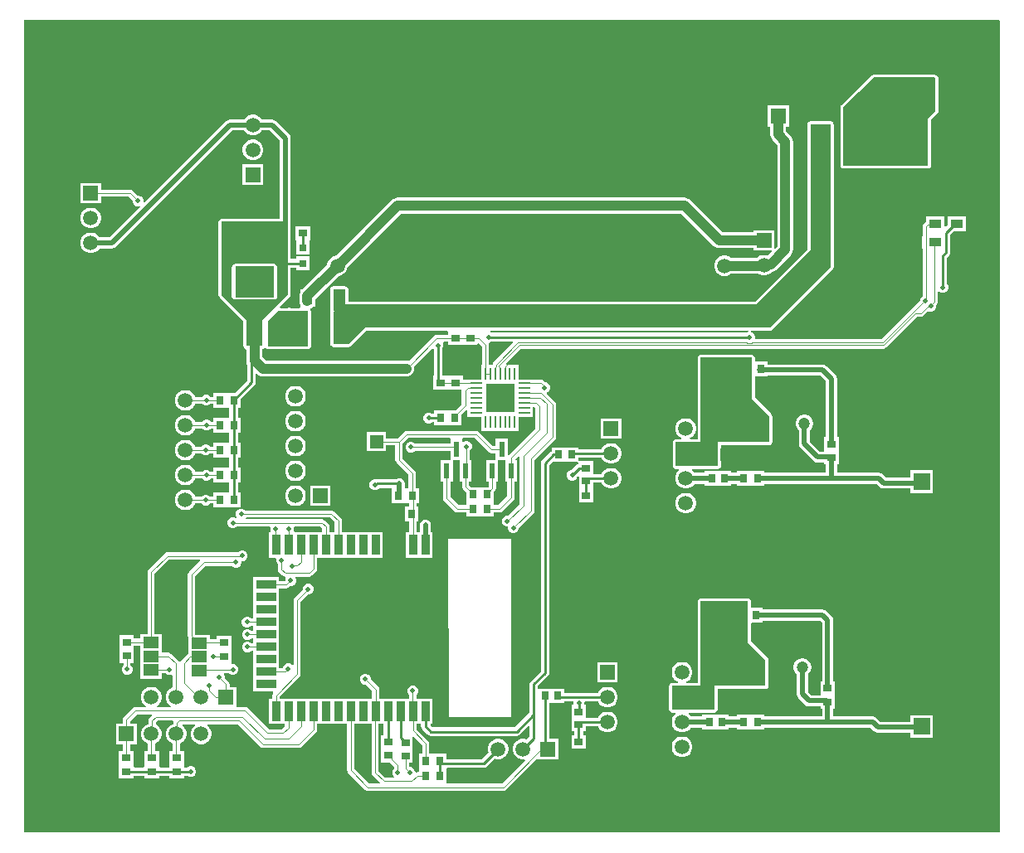
<source format=gtl>
G04*
G04 #@! TF.GenerationSoftware,Altium Limited,Altium Designer,21.0.9 (235)*
G04*
G04 Layer_Physical_Order=1*
G04 Layer_Color=255*
%FSLAX44Y44*%
%MOMM*%
G71*
G04*
G04 #@! TF.SameCoordinates,BC5F0FA3-8C3F-41DD-A052-AF4356C4A8CD*
G04*
G04*
G04 #@! TF.FilePolarity,Positive*
G04*
G01*
G75*
%ADD10C,0.2500*%
%ADD12C,0.2540*%
%ADD15C,0.1250*%
%ADD20R,1.5000X3.2000*%
%ADD21R,4.0000X3.2500*%
%ADD22R,1.5000X2.5000*%
%ADD23R,0.9000X0.8000*%
%ADD24R,0.8000X0.9000*%
%ADD25R,0.8000X0.9000*%
%ADD26R,0.9000X0.8000*%
%ADD27R,1.3000X1.1000*%
%ADD28R,1.3000X0.9000*%
%ADD29R,0.9140X1.2190*%
%ADD30R,1.2000X0.2032*%
%ADD31R,0.2032X1.2000*%
%ADD32R,1.6002X1.1684*%
%ADD33R,0.6000X1.6000*%
%ADD34R,1.3500X1.3500*%
%ADD35R,5.0000X5.0000*%
%ADD36R,0.9000X2.0000*%
%ADD37R,2.0000X0.9000*%
%ADD38R,0.8000X0.8000*%
%ADD47R,3.0000X3.0000*%
%ADD60R,1.7000X1.7000*%
%ADD61C,3.5000*%
%ADD70C,1.0000*%
%ADD71C,0.5000*%
%ADD72R,4.0000X3.0000*%
%ADD73O,1.5000X4.0000*%
%ADD74O,1.5000X3.5000*%
%ADD75O,3.5000X1.5000*%
%ADD76C,1.5500*%
%ADD77R,1.5500X1.5500*%
%ADD78C,1.5000*%
%ADD79R,1.5000X1.5000*%
%ADD80R,1.5000X1.5000*%
%ADD81C,1.2000*%
%ADD82O,2.0000X1.3500*%
%ADD83O,1.2500X1.0500*%
%ADD84C,0.5000*%
%ADD85C,0.8000*%
G36*
X1778000Y1269102D02*
Y440000D01*
X783000D01*
Y1269741D01*
X1777102Y1270000D01*
X1778000Y1269102D01*
D02*
G37*
%LPC*%
G36*
X1017632Y1147850D02*
X1014868D01*
X1012197Y1147134D01*
X1009803Y1145752D01*
X1007848Y1143797D01*
X1006466Y1141403D01*
X1005750Y1138732D01*
Y1135968D01*
X1006466Y1133297D01*
X1007848Y1130903D01*
X1009803Y1128948D01*
X1012197Y1127566D01*
X1014868Y1126850D01*
X1017632D01*
X1020303Y1127566D01*
X1022697Y1128948D01*
X1024652Y1130903D01*
X1026034Y1133297D01*
X1026750Y1135968D01*
Y1138732D01*
X1026034Y1141403D01*
X1024652Y1143797D01*
X1022697Y1145752D01*
X1020303Y1147134D01*
X1017632Y1147850D01*
D02*
G37*
G36*
X1711290Y1214639D02*
X1711290Y1214639D01*
X1650330D01*
X1649772Y1214528D01*
X1649211Y1214427D01*
X1649187Y1214411D01*
X1649160Y1214406D01*
X1648686Y1214090D01*
X1648207Y1213782D01*
X1616457Y1183166D01*
X1616441Y1183142D01*
X1616417Y1183127D01*
X1616101Y1182653D01*
X1615776Y1182186D01*
X1615770Y1182158D01*
X1615754Y1182134D01*
X1615643Y1181577D01*
X1615522Y1181020D01*
X1615527Y1180992D01*
X1615521Y1180964D01*
Y1121410D01*
X1615754Y1120239D01*
X1616417Y1119247D01*
X1617409Y1118584D01*
X1618580Y1118351D01*
X1704940Y1118351D01*
X1706111Y1118584D01*
X1707103Y1119247D01*
X1707766Y1120239D01*
X1707999Y1121410D01*
Y1168403D01*
X1714723Y1175127D01*
X1715386Y1176120D01*
X1715619Y1177290D01*
X1715619Y1177290D01*
Y1210310D01*
X1715619Y1210310D01*
X1715386Y1211480D01*
X1714723Y1212473D01*
X1714723Y1212473D01*
X1713453Y1213743D01*
X1712460Y1214406D01*
X1711290Y1214639D01*
D02*
G37*
G36*
X1026750Y1122450D02*
X1005750D01*
Y1101450D01*
X1026750D01*
Y1122450D01*
D02*
G37*
G36*
X852132Y1078350D02*
X849368D01*
X846697Y1077634D01*
X844303Y1076252D01*
X842348Y1074297D01*
X840966Y1071903D01*
X840250Y1069232D01*
Y1066468D01*
X840966Y1063797D01*
X842348Y1061403D01*
X844303Y1059448D01*
X846697Y1058066D01*
X849368Y1057350D01*
X852132D01*
X854803Y1058066D01*
X857197Y1059448D01*
X859152Y1061403D01*
X860534Y1063797D01*
X861250Y1066468D01*
Y1069232D01*
X860534Y1071903D01*
X859152Y1074297D01*
X857197Y1076252D01*
X854803Y1077634D01*
X852132Y1078350D01*
D02*
G37*
G36*
X1563000Y1182550D02*
X1541500D01*
Y1161050D01*
X1544181D01*
Y1152976D01*
X1544456Y1150888D01*
X1545262Y1148942D01*
X1546544Y1147271D01*
X1551181Y1142634D01*
Y1038842D01*
X1549173Y1036835D01*
X1548000Y1037321D01*
Y1055500D01*
X1527000D01*
Y1053069D01*
X1495342D01*
X1462206Y1086206D01*
X1460535Y1087488D01*
X1458588Y1088294D01*
X1456500Y1088569D01*
X1163800D01*
X1161712Y1088294D01*
X1159765Y1087488D01*
X1158094Y1086206D01*
X1101449Y1029560D01*
X1100978D01*
X1098307Y1028844D01*
X1095913Y1027462D01*
X1093958Y1025507D01*
X1092576Y1023113D01*
X1091860Y1020442D01*
Y1019971D01*
X1066984Y995095D01*
X1064297D01*
Y991362D01*
X1063956Y990538D01*
X1063681Y988450D01*
Y982750D01*
X1063956Y980662D01*
X1064297Y979838D01*
Y976905D01*
X1064297D01*
X1063878Y975809D01*
X1054806D01*
X1054344Y976000D01*
X1052156D01*
X1051694Y975809D01*
X1044294D01*
X1043808Y976982D01*
X1053663Y986837D01*
X1054326Y987830D01*
X1054559Y989000D01*
X1054559Y989000D01*
Y1017297D01*
X1060250D01*
Y1014630D01*
X1074250D01*
Y1028630D01*
X1060250D01*
Y1025963D01*
X1054559D01*
X1054559Y1054247D01*
X1054858Y1055750D01*
Y1149250D01*
X1054431Y1151396D01*
X1053215Y1153215D01*
X1039715Y1166715D01*
X1037896Y1167931D01*
X1035750Y1168358D01*
X1025137D01*
X1024652Y1169197D01*
X1022697Y1171152D01*
X1020303Y1172534D01*
X1017632Y1173250D01*
X1014868D01*
X1012197Y1172534D01*
X1009803Y1171152D01*
X1007848Y1169197D01*
X1007363Y1168358D01*
X992750D01*
X990604Y1167931D01*
X988785Y1166715D01*
X905023Y1082954D01*
X903946Y1083673D01*
X904250Y1084406D01*
Y1086594D01*
X903413Y1088615D01*
X901865Y1090163D01*
X899844Y1091000D01*
X898477D01*
X893713Y1095763D01*
X892514Y1096565D01*
X891100Y1096846D01*
X891100Y1096846D01*
X861250D01*
Y1103750D01*
X840250D01*
Y1082750D01*
X861250D01*
Y1089454D01*
X889569D01*
X893250Y1085773D01*
Y1084406D01*
X894087Y1082384D01*
X895635Y1080837D01*
X897656Y1080000D01*
X899844D01*
X900577Y1080304D01*
X901296Y1079227D01*
X870027Y1047958D01*
X859694D01*
X859152Y1048897D01*
X857197Y1050852D01*
X854803Y1052234D01*
X852132Y1052950D01*
X849368D01*
X846697Y1052234D01*
X844303Y1050852D01*
X842348Y1048897D01*
X840966Y1046503D01*
X840250Y1043832D01*
Y1041068D01*
X840966Y1038397D01*
X842348Y1036003D01*
X844303Y1034048D01*
X846697Y1032666D01*
X849368Y1031950D01*
X852132D01*
X854803Y1032666D01*
X857197Y1034048D01*
X859152Y1036003D01*
X859579Y1036742D01*
X872350D01*
X874496Y1037169D01*
X876315Y1038385D01*
X995073Y1157142D01*
X1007363D01*
X1007848Y1156303D01*
X1009803Y1154348D01*
X1012197Y1152966D01*
X1014868Y1152250D01*
X1017632D01*
X1020303Y1152966D01*
X1022697Y1154348D01*
X1024652Y1156303D01*
X1025137Y1157142D01*
X1033427D01*
X1043642Y1146927D01*
Y1067059D01*
X984250D01*
X983080Y1066826D01*
X982087Y1066163D01*
X981424Y1065171D01*
X981191Y1064000D01*
X981191Y989000D01*
X981424Y987830D01*
X982087Y986837D01*
X982087Y986837D01*
X1006441Y962483D01*
Y937250D01*
X1006674Y936079D01*
X1007250Y935218D01*
Y934750D01*
X1007842D01*
X1008329Y934424D01*
X1008750Y934341D01*
X1009250Y933250D01*
X1009250Y933250D01*
X1009250Y933250D01*
Y918250D01*
X1010167D01*
Y901545D01*
X997872Y889250D01*
X990770D01*
X989500Y889250D01*
X988230Y889250D01*
X975500D01*
Y885246D01*
X972620D01*
X971653Y886213D01*
X969632Y887050D01*
X967444D01*
X965422Y886213D01*
X964456Y885246D01*
X957130D01*
X957034Y885603D01*
X955652Y887997D01*
X953697Y889952D01*
X951303Y891334D01*
X948632Y892050D01*
X945868D01*
X943197Y891334D01*
X940803Y889952D01*
X938848Y887997D01*
X937466Y885603D01*
X936750Y882932D01*
Y880168D01*
X937466Y877497D01*
X938848Y875103D01*
X940803Y873148D01*
X943197Y871766D01*
X945868Y871050D01*
X948632D01*
X951303Y871766D01*
X953697Y873148D01*
X955652Y875103D01*
X957034Y877497D01*
X957130Y877854D01*
X964456D01*
X965422Y876887D01*
X967444Y876050D01*
X969632D01*
X971653Y876887D01*
X972620Y877854D01*
X975500D01*
Y874250D01*
X988230D01*
X989500Y874250D01*
X990770Y874250D01*
X992167D01*
Y864648D01*
X991269Y863750D01*
X989500Y863750D01*
X988230Y863750D01*
X975500D01*
Y859846D01*
X973182D01*
X972115Y860913D01*
X970094Y861750D01*
X967906D01*
X965884Y860913D01*
X964818Y859846D01*
X957130D01*
X957034Y860203D01*
X955652Y862597D01*
X953697Y864552D01*
X951303Y865934D01*
X948632Y866650D01*
X945868D01*
X943197Y865934D01*
X940803Y864552D01*
X938848Y862597D01*
X937466Y860203D01*
X936750Y857532D01*
Y854768D01*
X937466Y852097D01*
X938848Y849703D01*
X940803Y847748D01*
X943197Y846366D01*
X945868Y845650D01*
X948632D01*
X951303Y846366D01*
X953697Y847748D01*
X955652Y849703D01*
X957034Y852097D01*
X957130Y852454D01*
X965018D01*
X965884Y851587D01*
X967906Y850750D01*
X970094D01*
X972115Y851587D01*
X972982Y852454D01*
X975500D01*
Y848750D01*
X988230D01*
X989500Y848750D01*
X990770Y848750D01*
X992167D01*
Y839148D01*
X991269Y838250D01*
X989500Y838250D01*
X988230Y838250D01*
X975500D01*
Y834446D01*
X972332D01*
X971115Y835663D01*
X969094Y836500D01*
X966906D01*
X964884Y835663D01*
X963668Y834446D01*
X957130D01*
X957034Y834803D01*
X955652Y837197D01*
X953697Y839152D01*
X951303Y840534D01*
X948632Y841250D01*
X945868D01*
X943197Y840534D01*
X940803Y839152D01*
X938848Y837197D01*
X937466Y834803D01*
X936750Y832132D01*
Y829368D01*
X937466Y826697D01*
X938848Y824303D01*
X940803Y822348D01*
X943197Y820966D01*
X945868Y820250D01*
X948632D01*
X951303Y820966D01*
X953697Y822348D01*
X955652Y824303D01*
X957034Y826697D01*
X957130Y827054D01*
X964168D01*
X964884Y826337D01*
X966906Y825500D01*
X969094D01*
X971115Y826337D01*
X971832Y827054D01*
X975500D01*
Y823250D01*
X988230D01*
X989500Y823250D01*
X990770Y823250D01*
X992167D01*
Y813898D01*
X991269Y813000D01*
X989500Y813000D01*
X988230Y813000D01*
X975500D01*
Y809046D01*
X972732D01*
X971865Y809913D01*
X969844Y810750D01*
X967656D01*
X965635Y809913D01*
X964768Y809046D01*
X957130D01*
X957034Y809403D01*
X955652Y811797D01*
X953697Y813752D01*
X951303Y815134D01*
X948632Y815850D01*
X945868D01*
X943197Y815134D01*
X940803Y813752D01*
X938848Y811797D01*
X937466Y809403D01*
X936750Y806732D01*
Y803968D01*
X937466Y801297D01*
X938848Y798903D01*
X940803Y796948D01*
X943197Y795566D01*
X945868Y794850D01*
X948632D01*
X951303Y795566D01*
X953697Y796948D01*
X955652Y798903D01*
X957034Y801297D01*
X957130Y801654D01*
X964568D01*
X965635Y800587D01*
X967656Y799750D01*
X969844D01*
X971865Y800587D01*
X972932Y801654D01*
X975500D01*
Y798000D01*
X988230D01*
X989500Y798000D01*
X990770Y798000D01*
X992167D01*
Y788398D01*
X991269Y787500D01*
X989500Y787500D01*
X988230Y787500D01*
X975500D01*
Y783646D01*
X971882D01*
X971115Y784413D01*
X969094Y785250D01*
X966906D01*
X964884Y784413D01*
X964118Y783646D01*
X957130D01*
X957034Y784003D01*
X955652Y786397D01*
X953697Y788352D01*
X951303Y789734D01*
X948632Y790450D01*
X945868D01*
X943197Y789734D01*
X940803Y788352D01*
X938848Y786397D01*
X937466Y784003D01*
X936750Y781332D01*
Y778568D01*
X937466Y775897D01*
X938848Y773503D01*
X940803Y771548D01*
X943197Y770166D01*
X945868Y769450D01*
X948632D01*
X951303Y770166D01*
X953697Y771548D01*
X955652Y773503D01*
X957034Y775897D01*
X957130Y776254D01*
X963718D01*
X964884Y775087D01*
X966906Y774250D01*
X969094D01*
X971115Y775087D01*
X972282Y776254D01*
X975500D01*
Y772500D01*
X988230D01*
X989500Y772500D01*
X990770Y772500D01*
X1003500D01*
Y787500D01*
X1000833D01*
Y798000D01*
X1003500D01*
Y813000D01*
X1000833D01*
Y823250D01*
X1003500D01*
Y838250D01*
X1000833D01*
Y848750D01*
X1003500D01*
Y863750D01*
X1000833D01*
Y874250D01*
X1003500D01*
Y882622D01*
X1017564Y896686D01*
X1018503Y898092D01*
X1018833Y899750D01*
Y908346D01*
X1020007Y908832D01*
X1020544Y908294D01*
X1022215Y907012D01*
X1024162Y906206D01*
X1026250Y905931D01*
X1172572D01*
X1174660Y906206D01*
X1176606Y907012D01*
X1178278Y908294D01*
X1179560Y909966D01*
X1180366Y911912D01*
X1180641Y914000D01*
X1180366Y916088D01*
X1180226Y916427D01*
X1198971Y935173D01*
X1200217Y934925D01*
X1200337Y934634D01*
X1200667Y934305D01*
Y906540D01*
X1200030D01*
Y892540D01*
X1215030D01*
Y892540D01*
X1215270D01*
Y892540D01*
X1228486D01*
X1229291Y891558D01*
X1229234Y891270D01*
X1229234Y891270D01*
Y877561D01*
X1222673Y871000D01*
X1215000Y871000D01*
X1213730Y871000D01*
X1201000D01*
Y867833D01*
X1198945D01*
X1198615Y868163D01*
X1198105Y868374D01*
X1197646Y868681D01*
X1197104Y868789D01*
X1196594Y869000D01*
X1196042D01*
X1195500Y869108D01*
X1194958Y869000D01*
X1194406D01*
X1193896Y868789D01*
X1193354Y868681D01*
X1192895Y868374D01*
X1192384Y868163D01*
X1191994Y867772D01*
X1191535Y867465D01*
X1191228Y867006D01*
X1190837Y866616D01*
X1190626Y866105D01*
X1190319Y865646D01*
X1190211Y865104D01*
X1190000Y864594D01*
Y864042D01*
X1189892Y863500D01*
X1190000Y862958D01*
Y862406D01*
X1190211Y861896D01*
X1190319Y861354D01*
X1190626Y860895D01*
X1190837Y860385D01*
X1191228Y859994D01*
X1191535Y859535D01*
X1191994Y859228D01*
X1192384Y858837D01*
X1192895Y858626D01*
X1193354Y858319D01*
X1193896Y858211D01*
X1194406Y858000D01*
X1194958D01*
X1195500Y857892D01*
X1196042Y858000D01*
X1196594D01*
X1197104Y858211D01*
X1197646Y858319D01*
X1198105Y858626D01*
X1198615Y858837D01*
X1198945Y859167D01*
X1201000D01*
Y856000D01*
X1213730D01*
X1215000Y856000D01*
X1216270Y856000D01*
X1229000D01*
Y866873D01*
X1233657Y871530D01*
X1234830Y871044D01*
Y865004D01*
X1249314D01*
Y850520D01*
X1287346D01*
Y865004D01*
X1301830D01*
Y874933D01*
X1303590D01*
X1304554Y873969D01*
Y853031D01*
X1277270Y825747D01*
X1276000Y826273D01*
Y842250D01*
X1264000D01*
Y834946D01*
X1260781D01*
X1246364Y849363D01*
X1245164Y850165D01*
X1243750Y850446D01*
X1243750Y850446D01*
X1172750D01*
X1171336Y850165D01*
X1170136Y849363D01*
X1170136Y849363D01*
X1163719Y842946D01*
X1152000D01*
Y849000D01*
X1132500D01*
Y829500D01*
X1152000D01*
Y835554D01*
X1161554D01*
Y820750D01*
X1161554Y820750D01*
X1161835Y819336D01*
X1162636Y818137D01*
X1175054Y805719D01*
Y792788D01*
X1174156Y791890D01*
X1171810Y791890D01*
X1171108Y792869D01*
Y796500D01*
X1171000Y797042D01*
Y797594D01*
X1170789Y798104D01*
X1170681Y798646D01*
X1170374Y799105D01*
X1170163Y799615D01*
X1169772Y800006D01*
X1169465Y800465D01*
X1169006Y800772D01*
X1168615Y801163D01*
X1168105Y801374D01*
X1167646Y801681D01*
X1167104Y801789D01*
X1166594Y802000D01*
X1166042D01*
X1165500Y802108D01*
X1164958Y802000D01*
X1164406D01*
X1163896Y801789D01*
X1163354Y801681D01*
X1162895Y801374D01*
X1162384Y801163D01*
X1162055Y800833D01*
X1142676D01*
X1141978Y800694D01*
X1141844Y800750D01*
X1139656D01*
X1137635Y799913D01*
X1136087Y798365D01*
X1135250Y796344D01*
Y794156D01*
X1136087Y792134D01*
X1137635Y790587D01*
X1139656Y789750D01*
X1141844D01*
X1143866Y790587D01*
X1145413Y792134D01*
X1145426Y792167D01*
X1156655D01*
X1157810Y791890D01*
Y776890D01*
X1170540D01*
X1171810Y776890D01*
X1173080Y776890D01*
X1175704D01*
Y772840D01*
X1171190D01*
Y757840D01*
X1175704D01*
Y746910D01*
X1171900D01*
Y720910D01*
X1199600D01*
Y746910D01*
X1197708D01*
Y752783D01*
X1197801Y753008D01*
Y753560D01*
X1197909Y754102D01*
X1197801Y754644D01*
Y755196D01*
X1197590Y755706D01*
X1197482Y756248D01*
X1197175Y756707D01*
X1196964Y757218D01*
X1196573Y757608D01*
X1196266Y758067D01*
X1195807Y758374D01*
X1195416Y758765D01*
X1194906Y758976D01*
X1194447Y759283D01*
X1193905Y759391D01*
X1193395Y759602D01*
X1192843D01*
X1192301Y759710D01*
X1191759Y759602D01*
X1191207D01*
X1190697Y759391D01*
X1190155Y759283D01*
X1189696Y758976D01*
X1189185Y758765D01*
X1188795Y758374D01*
X1188336Y758067D01*
X1188135Y757866D01*
X1187828Y757407D01*
X1187638Y757218D01*
X1187536Y756970D01*
X1186919Y756047D01*
X1186492Y753901D01*
Y746910D01*
X1183096D01*
Y757840D01*
X1185190D01*
Y772840D01*
X1183096D01*
Y776890D01*
X1185810D01*
Y791890D01*
X1182446D01*
Y807250D01*
X1182446Y807250D01*
X1182165Y808664D01*
X1181364Y809864D01*
X1181363Y809864D01*
X1168946Y822281D01*
Y837719D01*
X1174281Y843054D01*
X1216563D01*
X1217500Y842250D01*
Y837446D01*
X1181332D01*
X1180366Y838413D01*
X1178344Y839250D01*
X1176156D01*
X1174135Y838413D01*
X1172587Y836865D01*
X1171750Y834844D01*
Y832656D01*
X1172587Y830635D01*
X1174135Y829087D01*
X1176156Y828250D01*
X1178344D01*
X1180366Y829087D01*
X1181332Y830054D01*
X1217500D01*
Y820250D01*
X1216230Y820250D01*
X1208000D01*
Y798250D01*
X1210304D01*
Y781250D01*
X1210304Y781250D01*
X1210585Y779836D01*
X1211386Y778636D01*
X1221887Y768137D01*
X1221887Y768137D01*
X1223086Y767335D01*
X1224500Y767054D01*
X1224500Y767054D01*
X1233750D01*
Y763250D01*
X1246480D01*
X1247750Y763250D01*
Y763250D01*
X1247750D01*
Y763250D01*
X1261750D01*
Y767054D01*
X1268000D01*
X1268000Y767054D01*
X1269414Y767335D01*
X1270613Y768137D01*
X1282113Y779637D01*
X1282113Y779637D01*
X1282915Y780836D01*
X1283196Y782250D01*
X1283196Y782250D01*
Y798250D01*
X1285500D01*
Y820250D01*
X1283922D01*
X1283497Y821520D01*
X1287074Y825098D01*
X1288304Y824531D01*
Y775781D01*
X1276023Y763500D01*
X1274656D01*
X1272635Y762663D01*
X1271087Y761115D01*
X1270250Y759094D01*
Y756906D01*
X1271087Y754884D01*
X1272635Y753337D01*
X1274656Y752500D01*
X1276233D01*
X1276302Y752396D01*
Y750208D01*
X1277140Y748187D01*
X1278687Y746640D01*
X1280708Y745802D01*
X1282896D01*
X1284918Y746640D01*
X1286465Y748187D01*
X1287302Y750208D01*
Y751325D01*
X1302363Y766386D01*
X1302363Y766386D01*
X1303165Y767586D01*
X1303446Y769000D01*
X1303446Y769000D01*
Y820469D01*
X1312614Y829636D01*
X1312614Y829637D01*
X1324613Y841636D01*
X1324613Y841636D01*
X1325415Y842835D01*
X1325696Y844250D01*
X1325696Y844250D01*
Y877250D01*
X1325696Y877250D01*
X1325415Y878665D01*
X1324613Y879864D01*
X1324613Y879864D01*
X1316075Y888402D01*
X1316323Y889648D01*
X1316875Y889876D01*
X1318422Y891423D01*
X1319259Y893445D01*
Y895633D01*
X1318422Y897654D01*
X1316875Y899201D01*
X1314853Y900039D01*
X1314688D01*
X1313094Y901634D01*
X1311894Y902435D01*
X1310480Y902716D01*
X1310480Y902716D01*
X1301830D01*
Y903036D01*
X1287346D01*
Y917520D01*
X1275567D01*
X1274306Y918782D01*
X1274306Y919296D01*
X1289313Y934304D01*
X1518538D01*
X1519368Y934139D01*
X1519368Y934139D01*
X1526132D01*
X1526132Y934139D01*
X1526962Y934304D01*
X1659640D01*
X1659640Y934304D01*
X1661055Y934585D01*
X1662254Y935387D01*
X1693921Y967054D01*
X1697500D01*
X1697500Y967054D01*
X1698914Y967335D01*
X1700114Y968137D01*
X1705066Y973089D01*
X1706821Y972362D01*
X1709009D01*
X1711030Y973200D01*
X1712577Y974747D01*
X1713415Y976768D01*
Y978956D01*
X1713358Y979093D01*
X1714113Y979849D01*
X1714113Y979849D01*
X1714915Y981048D01*
X1715196Y982462D01*
Y992230D01*
X1716466Y992756D01*
X1716884Y992337D01*
X1718906Y991500D01*
X1721094D01*
X1723116Y992337D01*
X1724663Y993885D01*
X1725500Y995906D01*
Y998094D01*
X1724663Y1000116D01*
X1724083Y1000695D01*
Y1027205D01*
X1726524Y1029646D01*
X1727463Y1031052D01*
X1727793Y1032710D01*
Y1051165D01*
X1731128Y1054500D01*
X1744000D01*
Y1069500D01*
X1725000D01*
Y1060628D01*
X1723173Y1058801D01*
X1722000Y1059287D01*
Y1069500D01*
X1703000D01*
Y1064105D01*
X1702244Y1063600D01*
X1702244Y1063600D01*
X1700387Y1061743D01*
X1699585Y1060544D01*
X1699304Y1059129D01*
X1699304Y1059129D01*
Y1049641D01*
X1699139Y1048811D01*
X1699139Y1048811D01*
Y1037189D01*
X1699139Y1037189D01*
X1699304Y1036359D01*
Y987679D01*
X1699290Y987673D01*
X1697743Y986126D01*
X1696906Y984105D01*
Y984028D01*
X1686973Y974096D01*
X1686973Y974096D01*
X1657074Y944196D01*
X1528724D01*
X1528250Y944906D01*
Y947094D01*
X1527413Y949116D01*
X1525865Y950663D01*
X1523844Y951500D01*
X1524034Y952691D01*
X1543750D01*
X1544921Y952924D01*
X1545913Y953587D01*
X1545913Y953587D01*
X1607913Y1015587D01*
X1608576Y1016580D01*
X1608809Y1017750D01*
X1608809Y1017750D01*
X1608809Y1163500D01*
X1608576Y1164670D01*
X1607913Y1165663D01*
X1606920Y1166326D01*
X1605750Y1166559D01*
X1585000D01*
X1583829Y1166326D01*
X1582837Y1165663D01*
X1582174Y1164670D01*
X1581941Y1163500D01*
Y1036017D01*
X1528483Y982559D01*
X1114750D01*
X1114750Y982559D01*
X1113559Y982585D01*
Y994793D01*
X1113326Y995963D01*
X1112663Y996956D01*
X1111671Y997619D01*
X1111171Y997826D01*
X1110000Y998059D01*
X1098250D01*
X1097079Y997826D01*
X1096087Y997163D01*
X1095424Y996171D01*
X1095191Y995000D01*
Y973422D01*
X1095194Y973407D01*
X1095191Y973393D01*
X1095311Y972821D01*
X1095424Y972251D01*
X1095432Y972239D01*
X1095435Y972224D01*
X1095441Y972216D01*
X1095198Y939924D01*
X1095199Y939919D01*
X1095198Y939913D01*
X1095311Y939335D01*
X1095422Y938752D01*
X1095425Y938747D01*
X1095426Y938742D01*
X1095500Y938631D01*
Y937000D01*
X1096827D01*
X1096981Y936845D01*
X1096985Y936842D01*
X1096989Y936837D01*
X1097481Y936508D01*
X1097970Y936179D01*
X1097976Y936177D01*
X1097981Y936174D01*
X1098558Y936059D01*
X1099140Y935941D01*
X1099146Y935942D01*
X1099151Y935941D01*
X1114000D01*
X1114000Y935941D01*
X1115171Y936174D01*
X1116163Y936837D01*
X1116163Y936837D01*
X1116326Y937000D01*
X1116500D01*
Y937174D01*
X1132017Y952691D01*
X1214003D01*
X1215020Y952080D01*
X1215020Y951421D01*
Y948776D01*
X1203652D01*
X1203652Y948776D01*
X1202237Y948495D01*
X1201038Y947693D01*
X1201038Y947693D01*
X1174999Y921654D01*
X1174660Y921794D01*
X1172572Y922069D01*
X1029592D01*
X1025819Y925842D01*
Y934205D01*
X1026921Y934424D01*
X1027073Y934526D01*
X1028250Y934750D01*
Y934750D01*
X1028951Y935157D01*
X1029750Y934750D01*
Y934750D01*
X1030852Y934345D01*
X1030981Y934259D01*
X1031468Y933930D01*
X1031476Y933928D01*
X1031482Y933924D01*
X1032059Y933809D01*
X1032638Y933691D01*
X1032645Y933693D01*
X1032652Y933691D01*
X1072250D01*
X1073420Y933924D01*
X1074413Y934587D01*
X1075076Y935580D01*
X1075309Y936750D01*
Y972500D01*
X1075309Y972500D01*
X1075076Y973671D01*
X1074854Y974002D01*
X1075141Y975413D01*
X1075503Y975645D01*
X1075785Y975762D01*
X1077274Y976905D01*
X1079437D01*
Y980403D01*
X1079544Y980662D01*
X1079819Y982750D01*
Y985108D01*
X1103271Y1008560D01*
X1103742D01*
X1106413Y1009276D01*
X1108807Y1010658D01*
X1110762Y1012613D01*
X1112144Y1015007D01*
X1112860Y1017678D01*
Y1018149D01*
X1167142Y1072431D01*
X1453158D01*
X1486294Y1039294D01*
X1487966Y1038012D01*
X1489912Y1037206D01*
X1492000Y1036931D01*
X1527000D01*
Y1034500D01*
X1545179D01*
X1545665Y1033327D01*
X1541661Y1029322D01*
X1541553Y1029384D01*
X1538882Y1030100D01*
X1536118D01*
X1533447Y1029384D01*
X1531053Y1028002D01*
X1530180Y1027129D01*
X1504110D01*
X1503777Y1027462D01*
X1501383Y1028844D01*
X1498712Y1029560D01*
X1495948D01*
X1493277Y1028844D01*
X1490883Y1027462D01*
X1488928Y1025507D01*
X1487546Y1023113D01*
X1486830Y1020442D01*
Y1017678D01*
X1487546Y1015007D01*
X1488928Y1012613D01*
X1490883Y1010658D01*
X1493277Y1009276D01*
X1495948Y1008560D01*
X1498712D01*
X1501383Y1009276D01*
X1503777Y1010658D01*
X1504110Y1010991D01*
X1531411D01*
X1533447Y1009816D01*
X1536118Y1009100D01*
X1538882D01*
X1541553Y1009816D01*
X1543947Y1011198D01*
X1545378Y1012629D01*
X1546395Y1012763D01*
X1548341Y1013569D01*
X1550012Y1014851D01*
X1564956Y1029794D01*
X1566238Y1031466D01*
X1567044Y1033412D01*
X1567319Y1035500D01*
Y1145976D01*
X1567044Y1148065D01*
X1566238Y1150011D01*
X1564956Y1151682D01*
X1560319Y1156319D01*
Y1161050D01*
X1563000D01*
Y1182550D01*
D02*
G37*
G36*
X1074750Y1059250D02*
X1059750D01*
Y1045250D01*
X1059750D01*
X1060250Y1044630D01*
Y1030630D01*
X1074250D01*
Y1044630D01*
X1074750Y1045250D01*
X1074750D01*
Y1059250D01*
D02*
G37*
G36*
X1060982Y896300D02*
X1058218D01*
X1055547Y895584D01*
X1053153Y894202D01*
X1051198Y892247D01*
X1049816Y889853D01*
X1049100Y887182D01*
Y884418D01*
X1049816Y881747D01*
X1051198Y879353D01*
X1053153Y877398D01*
X1055547Y876016D01*
X1058218Y875300D01*
X1060982D01*
X1063653Y876016D01*
X1066047Y877398D01*
X1068002Y879353D01*
X1069384Y881747D01*
X1070100Y884418D01*
Y887182D01*
X1069384Y889853D01*
X1068002Y892247D01*
X1066047Y894202D01*
X1063653Y895584D01*
X1060982Y896300D01*
D02*
G37*
G36*
Y870900D02*
X1058218D01*
X1055547Y870184D01*
X1053153Y868802D01*
X1051198Y866847D01*
X1049816Y864453D01*
X1049100Y861782D01*
Y859018D01*
X1049816Y856347D01*
X1051198Y853953D01*
X1053153Y851998D01*
X1055547Y850616D01*
X1058218Y849900D01*
X1060982D01*
X1063653Y850616D01*
X1066047Y851998D01*
X1068002Y853953D01*
X1069384Y856347D01*
X1070100Y859018D01*
Y861782D01*
X1069384Y864453D01*
X1068002Y866847D01*
X1066047Y868802D01*
X1063653Y870184D01*
X1060982Y870900D01*
D02*
G37*
G36*
X1392110Y863320D02*
X1371110D01*
Y842320D01*
X1392110D01*
Y863320D01*
D02*
G37*
G36*
X1508500Y928309D02*
X1473000D01*
X1471830Y928076D01*
X1470837Y927413D01*
X1470174Y926421D01*
X1469941Y925250D01*
Y898590D01*
Y841909D01*
X1462322D01*
X1462277Y842018D01*
X1462111Y843179D01*
X1464257Y844418D01*
X1466212Y846373D01*
X1467594Y848767D01*
X1468310Y851438D01*
Y854202D01*
X1467594Y856873D01*
X1466212Y859267D01*
X1464257Y861222D01*
X1461863Y862604D01*
X1459192Y863320D01*
X1456428D01*
X1453757Y862604D01*
X1451363Y861222D01*
X1449408Y859267D01*
X1448026Y856873D01*
X1447310Y854202D01*
Y851438D01*
X1448026Y848767D01*
X1449408Y846373D01*
X1451363Y844418D01*
X1453509Y843179D01*
X1453343Y842018D01*
X1453298Y841909D01*
X1447650D01*
X1446479Y841676D01*
X1445487Y841013D01*
X1444824Y840021D01*
X1444591Y838850D01*
X1444591Y814720D01*
X1444824Y813549D01*
X1445487Y812557D01*
X1446479Y811894D01*
X1447650Y811661D01*
X1451056D01*
X1451323Y810665D01*
X1451332Y810391D01*
X1449408Y808467D01*
X1448026Y806073D01*
X1447310Y803402D01*
Y800638D01*
X1448026Y797967D01*
X1449408Y795573D01*
X1451363Y793618D01*
X1453757Y792236D01*
X1456428Y791520D01*
X1459192D01*
X1461863Y792236D01*
X1464257Y793618D01*
X1466212Y795573D01*
X1466697Y796412D01*
X1477330D01*
Y794520D01*
X1504330D01*
Y796412D01*
X1509850D01*
Y794520D01*
X1522580D01*
X1523850Y794520D01*
X1525120Y794520D01*
X1537850D01*
Y796412D01*
X1652657D01*
X1655785Y793285D01*
X1657604Y792069D01*
X1659750Y791642D01*
X1687000D01*
Y787000D01*
X1710000D01*
Y810000D01*
X1687000D01*
Y802858D01*
X1662073D01*
X1658945Y805985D01*
X1657126Y807201D01*
X1654980Y807628D01*
X1612008D01*
Y815960D01*
X1613900D01*
Y828690D01*
X1613900Y829960D01*
X1613900Y831230D01*
Y843960D01*
X1612008D01*
Y903620D01*
X1611581Y905766D01*
X1610365Y907585D01*
X1601475Y916475D01*
X1599656Y917691D01*
X1597510Y918118D01*
X1541160D01*
Y921280D01*
X1528179D01*
Y925210D01*
X1527946Y926380D01*
X1527283Y927373D01*
X1526291Y928036D01*
X1525120Y928269D01*
X1508701D01*
X1508500Y928309D01*
D02*
G37*
G36*
X1382992Y837920D02*
X1380228D01*
X1377557Y837204D01*
X1375163Y835822D01*
X1373208Y833867D01*
X1371999Y831774D01*
X1348120D01*
Y833650D01*
X1321120D01*
Y830023D01*
X1319931Y829229D01*
X1311172Y820469D01*
X1310228Y819056D01*
X1309896Y817390D01*
Y605053D01*
X1299671Y594828D01*
X1298728Y593416D01*
X1298396Y591750D01*
Y562553D01*
X1283447Y547604D01*
X1199303D01*
X1197267Y549640D01*
X1197793Y550910D01*
X1199600D01*
Y576910D01*
X1182946D01*
Y580918D01*
X1183913Y581884D01*
X1184750Y583906D01*
Y586094D01*
X1183913Y588116D01*
X1182365Y589663D01*
X1180344Y590500D01*
X1178156D01*
X1176134Y589663D01*
X1174587Y588116D01*
X1173750Y586094D01*
Y583906D01*
X1174587Y581884D01*
X1175554Y580918D01*
Y576910D01*
X1144996D01*
Y586450D01*
X1144996Y586450D01*
X1144715Y587864D01*
X1143913Y589063D01*
X1143913Y589064D01*
X1136250Y596727D01*
Y598094D01*
X1135413Y600116D01*
X1133866Y601663D01*
X1131844Y602500D01*
X1129656D01*
X1127635Y601663D01*
X1126087Y600116D01*
X1125250Y598094D01*
Y595906D01*
X1126087Y593885D01*
X1127635Y592337D01*
X1129656Y591500D01*
X1131023D01*
X1137604Y584919D01*
Y576910D01*
X1043396D01*
Y578919D01*
X1063863Y599386D01*
X1063864Y599386D01*
X1064665Y600586D01*
X1064946Y602000D01*
X1064946Y602000D01*
Y675969D01*
X1072227Y683250D01*
X1073594D01*
X1075615Y684087D01*
X1077163Y685635D01*
X1078000Y687656D01*
Y689844D01*
X1077163Y691865D01*
X1075615Y693413D01*
X1073594Y694250D01*
X1071406D01*
X1069385Y693413D01*
X1067837Y691865D01*
X1067000Y689844D01*
Y688477D01*
X1058636Y680114D01*
X1057835Y678914D01*
X1057554Y677500D01*
X1057554Y677500D01*
Y611770D01*
X1056284Y611244D01*
X1055366Y612163D01*
X1053344Y613000D01*
X1051156D01*
X1049135Y612163D01*
X1047587Y610616D01*
X1046750Y608594D01*
Y608156D01*
X1042700D01*
Y622360D01*
Y635060D01*
Y647760D01*
Y660460D01*
Y673160D01*
Y685860D01*
Y689664D01*
X1050360D01*
X1050360Y689664D01*
X1051774Y689945D01*
X1052973Y690747D01*
X1054227Y692000D01*
X1055594D01*
X1057616Y692837D01*
X1059163Y694385D01*
X1060000Y696406D01*
Y698594D01*
X1059300Y700284D01*
X1059883Y701554D01*
X1073750D01*
X1073750Y701554D01*
X1075164Y701835D01*
X1076364Y702636D01*
X1080413Y706686D01*
X1080414Y706686D01*
X1081215Y707886D01*
X1081496Y709300D01*
X1081496Y709300D01*
Y720910D01*
X1148800D01*
Y746910D01*
X1106896D01*
Y758550D01*
X1106896Y758550D01*
X1106615Y759964D01*
X1105814Y761163D01*
X1105813Y761164D01*
X1098864Y768113D01*
X1097664Y768915D01*
X1096250Y769196D01*
X1096250Y769196D01*
X1008332D01*
X1007365Y770163D01*
X1005344Y771000D01*
X1003156D01*
X1001134Y770163D01*
X999587Y768615D01*
X998750Y766594D01*
Y764406D01*
X999550Y762475D01*
X999567Y762333D01*
X999088Y761088D01*
X998964Y761064D01*
X998866Y761163D01*
X996844Y762000D01*
X994656D01*
X992635Y761163D01*
X991087Y759615D01*
X990250Y757594D01*
Y755406D01*
X991087Y753384D01*
X992635Y751837D01*
X994656Y751000D01*
X996844D01*
X998866Y751837D01*
X999832Y752804D01*
X1033315D01*
X1034021Y751748D01*
X1033750Y751094D01*
Y748906D01*
X1034139Y747966D01*
X1033434Y746910D01*
X1032200D01*
Y720910D01*
X1039448D01*
X1040154Y719854D01*
X1040060Y719628D01*
Y717440D01*
X1040898Y715419D01*
X1041864Y714452D01*
Y708690D01*
X1041864Y708690D01*
X1042146Y707275D01*
X1042947Y706076D01*
X1046386Y702637D01*
X1046386Y702636D01*
X1047586Y701835D01*
X1049000Y701554D01*
X1049000Y701554D01*
X1049117D01*
X1049700Y700284D01*
X1049000Y698594D01*
Y697227D01*
X1048829Y697056D01*
X1042700D01*
Y700860D01*
X1016700D01*
Y685860D01*
Y673160D01*
Y658956D01*
X1014322D01*
X1013365Y659913D01*
X1011344Y660750D01*
X1009156D01*
X1007134Y659913D01*
X1005587Y658365D01*
X1004750Y656344D01*
Y654156D01*
X1005587Y652134D01*
X1007134Y650587D01*
X1009156Y649750D01*
X1011344D01*
X1013365Y650587D01*
X1014342Y651564D01*
X1016700D01*
Y646196D01*
X1014582D01*
X1013615Y647163D01*
X1011594Y648000D01*
X1009406D01*
X1007384Y647163D01*
X1005837Y645615D01*
X1005000Y643594D01*
Y641406D01*
X1005837Y639384D01*
X1007384Y637837D01*
X1009406Y637000D01*
X1011594D01*
X1013615Y637837D01*
X1014582Y638804D01*
X1016700D01*
Y633556D01*
X1014472D01*
X1013615Y634413D01*
X1011594Y635250D01*
X1009406D01*
X1007384Y634413D01*
X1005837Y632865D01*
X1005000Y630844D01*
Y628656D01*
X1005837Y626634D01*
X1007384Y625087D01*
X1009406Y624250D01*
X1011594D01*
X1013615Y625087D01*
X1014692Y626164D01*
X1016700D01*
Y622360D01*
Y609660D01*
Y596960D01*
Y584260D01*
X1036624D01*
X1036917Y583552D01*
X1037037Y582990D01*
X1036285Y581864D01*
X1036004Y580450D01*
X1036004Y580450D01*
Y576910D01*
X1032200D01*
Y550910D01*
X1048704D01*
Y548681D01*
X1045469Y545446D01*
X1032531D01*
X1010863Y567113D01*
X1009664Y567915D01*
X1008250Y568196D01*
X1008250Y568196D01*
X999200D01*
Y589000D01*
X992396D01*
Y591800D01*
X992115Y593214D01*
X991313Y594413D01*
X991313Y594413D01*
X987500Y598227D01*
Y599594D01*
X986663Y601615D01*
X986397Y601881D01*
X986883Y603054D01*
X991668D01*
X992635Y602087D01*
X994656Y601250D01*
X996844D01*
X998866Y602087D01*
X1000413Y603634D01*
X1001250Y605656D01*
Y607844D01*
X1000413Y609865D01*
X998866Y611413D01*
X996844Y612250D01*
X995245D01*
X995152Y612250D01*
X994529Y613206D01*
X994500Y613423D01*
X994500Y614183D01*
Y625980D01*
X994500Y627250D01*
X994500D01*
Y627250D01*
X994500D01*
Y641250D01*
X979500D01*
Y637946D01*
X972251D01*
Y642312D01*
X957635D01*
X957196Y642751D01*
Y702219D01*
X967531Y712554D01*
X994668D01*
X995635Y711587D01*
X997656Y710750D01*
X999844D01*
X1001865Y711587D01*
X1003413Y713135D01*
X1004250Y715156D01*
Y717344D01*
X1004354Y717500D01*
X1006344D01*
X1008365Y718337D01*
X1009913Y719884D01*
X1010750Y721906D01*
Y724094D01*
X1009913Y726115D01*
X1008365Y727663D01*
X1006344Y728500D01*
X1004156D01*
X1002134Y727663D01*
X1000918Y726446D01*
X929000D01*
X929000Y726446D01*
X927586Y726165D01*
X926386Y725363D01*
X926386Y725363D01*
X909637Y708614D01*
X908835Y707414D01*
X908554Y706000D01*
X908554Y706000D01*
Y643062D01*
X901249D01*
Y638196D01*
X894750D01*
Y641500D01*
X879750D01*
Y628770D01*
X879750Y627500D01*
X879750Y626230D01*
Y613500D01*
X884054D01*
Y611082D01*
X883087Y610116D01*
X882250Y608094D01*
Y605906D01*
X883087Y603885D01*
X884634Y602337D01*
X886656Y601500D01*
X888844D01*
X890865Y602337D01*
X892413Y603885D01*
X893250Y605906D01*
Y608094D01*
X892413Y610116D01*
X891446Y611082D01*
Y613500D01*
X894750D01*
Y626230D01*
X894750Y627500D01*
X894750Y628770D01*
Y630804D01*
X901249D01*
Y625378D01*
Y611408D01*
Y597438D01*
X923251D01*
Y602659D01*
X927098D01*
X928064Y601693D01*
X930086Y600855D01*
X932274D01*
X932998Y601155D01*
X934054Y600450D01*
Y588340D01*
X933847Y588284D01*
X931453Y586902D01*
X929498Y584947D01*
X928116Y582553D01*
X927400Y579882D01*
Y577118D01*
X928116Y574447D01*
X929498Y572053D01*
X931453Y570098D01*
X932547Y569466D01*
X932207Y568196D01*
X918193D01*
X917853Y569466D01*
X918947Y570098D01*
X920902Y572053D01*
X922284Y574447D01*
X923000Y577118D01*
Y579882D01*
X922284Y582553D01*
X920902Y584947D01*
X918947Y586902D01*
X916553Y588284D01*
X913882Y589000D01*
X911118D01*
X908447Y588284D01*
X906053Y586902D01*
X904098Y584947D01*
X902716Y582553D01*
X902000Y579882D01*
Y577118D01*
X902716Y574447D01*
X904098Y572053D01*
X906053Y570098D01*
X907147Y569466D01*
X906807Y568196D01*
X896250D01*
X896250Y568196D01*
X894836Y567915D01*
X893636Y567113D01*
X893636Y567113D01*
X884486Y557963D01*
X883685Y556764D01*
X883404Y555350D01*
X883404Y555350D01*
Y551500D01*
X876600D01*
Y530500D01*
X883404D01*
Y523500D01*
X879500D01*
Y510770D01*
X879500Y509500D01*
X879500Y508230D01*
Y495500D01*
X894500D01*
Y498167D01*
X905500D01*
Y495250D01*
X920500D01*
Y498167D01*
X931000D01*
Y495500D01*
X946000D01*
Y497917D01*
X949305D01*
X949634Y497587D01*
X951656Y496750D01*
X953844D01*
X955865Y497587D01*
X957413Y499134D01*
X958250Y501156D01*
Y503344D01*
X957413Y505365D01*
X955865Y506913D01*
X953844Y507750D01*
X951656D01*
X949634Y506913D01*
X949305Y506583D01*
X946898D01*
X946000Y507481D01*
X946000Y509500D01*
X946000Y510770D01*
Y523500D01*
X941596D01*
Y531120D01*
X941953Y531216D01*
X944347Y532598D01*
X946302Y534553D01*
X947684Y536947D01*
X948400Y539618D01*
Y542382D01*
X947684Y545053D01*
X946302Y547447D01*
X944347Y549402D01*
X944119Y549534D01*
X944459Y550804D01*
X956741D01*
X957081Y549534D01*
X956853Y549402D01*
X954898Y547447D01*
X953516Y545053D01*
X952800Y542382D01*
Y539618D01*
X953516Y536947D01*
X954898Y534553D01*
X956853Y532598D01*
X959247Y531216D01*
X961918Y530500D01*
X964682D01*
X967353Y531216D01*
X969747Y532598D01*
X971702Y534553D01*
X973084Y536947D01*
X973800Y539618D01*
Y542382D01*
X973084Y545053D01*
X971702Y547447D01*
X969747Y549402D01*
X969519Y549534D01*
X969859Y550804D01*
X1000469D01*
X1023636Y527637D01*
X1023636Y527636D01*
X1024836Y526835D01*
X1026250Y526554D01*
X1026250Y526554D01*
X1063000D01*
X1063000Y526554D01*
X1064414Y526835D01*
X1065613Y527636D01*
X1080413Y542436D01*
X1080414Y542436D01*
X1081215Y543635D01*
X1081496Y545050D01*
Y550910D01*
X1112204D01*
Y504100D01*
X1112204Y504100D01*
X1112485Y502686D01*
X1113287Y501487D01*
X1130887Y483887D01*
X1130887Y483886D01*
X1132086Y483085D01*
X1133500Y482804D01*
X1271750D01*
X1271750Y482804D01*
X1273164Y483085D01*
X1274363Y483886D01*
X1305820Y515344D01*
X1306650Y515000D01*
Y515000D01*
X1327650D01*
Y536000D01*
X1318504D01*
Y572270D01*
X1334150D01*
Y574146D01*
X1342924D01*
X1343500Y573284D01*
Y571096D01*
X1343142Y570560D01*
X1341090D01*
Y556560D01*
Y543560D01*
X1344236D01*
Y539780D01*
X1341090D01*
Y525780D01*
X1356090D01*
Y539780D01*
X1352944D01*
Y543560D01*
X1356090D01*
Y548746D01*
X1368189D01*
X1369398Y546653D01*
X1371353Y544698D01*
X1373747Y543316D01*
X1376418Y542600D01*
X1379182D01*
X1381853Y543316D01*
X1384247Y544698D01*
X1386202Y546653D01*
X1387584Y549047D01*
X1388300Y551718D01*
Y554482D01*
X1387584Y557153D01*
X1386202Y559547D01*
X1384247Y561502D01*
X1381853Y562884D01*
X1379182Y563600D01*
X1376418D01*
X1373747Y562884D01*
X1371353Y561502D01*
X1369398Y559547D01*
X1368189Y557454D01*
X1356090D01*
Y570560D01*
X1354858D01*
X1354500Y571096D01*
Y573284D01*
X1355076Y574146D01*
X1368189D01*
X1369398Y572053D01*
X1371353Y570098D01*
X1373747Y568716D01*
X1376418Y568000D01*
X1379182D01*
X1381853Y568716D01*
X1384247Y570098D01*
X1386202Y572053D01*
X1387584Y574447D01*
X1388300Y577118D01*
Y579882D01*
X1387584Y582553D01*
X1386202Y584947D01*
X1384247Y586902D01*
X1381853Y588284D01*
X1379182Y589000D01*
X1376418D01*
X1373747Y588284D01*
X1371353Y586902D01*
X1369398Y584947D01*
X1368189Y582854D01*
X1334150D01*
Y587270D01*
X1307150D01*
X1307104Y588521D01*
Y589947D01*
X1317328Y600172D01*
X1318272Y601584D01*
X1318604Y603250D01*
Y815587D01*
X1321667Y818650D01*
X1347440D01*
X1347743Y818650D01*
X1348513Y817542D01*
X1348229Y816514D01*
X1347414Y816352D01*
X1346001Y815408D01*
X1341343Y810750D01*
X1340906D01*
X1338884Y809913D01*
X1337337Y808365D01*
X1336500Y806344D01*
Y804156D01*
X1337337Y802134D01*
X1338884Y800587D01*
X1340906Y799750D01*
X1343094D01*
X1345116Y800587D01*
X1346663Y802134D01*
X1347500Y804156D01*
X1348698Y804013D01*
X1348710Y804007D01*
Y792330D01*
X1348710D01*
Y791390D01*
X1348710D01*
Y777390D01*
X1363710D01*
Y791390D01*
X1363710D01*
Y792330D01*
X1363710D01*
Y797666D01*
X1371999D01*
X1373208Y795573D01*
X1375163Y793618D01*
X1377557Y792236D01*
X1380228Y791520D01*
X1382992D01*
X1385663Y792236D01*
X1388057Y793618D01*
X1390012Y795573D01*
X1391394Y797967D01*
X1392110Y800638D01*
Y803402D01*
X1391394Y806073D01*
X1390012Y808467D01*
X1388057Y810422D01*
X1385663Y811804D01*
X1382992Y812520D01*
X1380228D01*
X1377557Y811804D01*
X1375163Y810422D01*
X1373208Y808467D01*
X1371999Y806374D01*
X1363710D01*
Y819330D01*
X1349390D01*
X1348710Y819330D01*
X1348120Y820356D01*
Y823066D01*
X1371999D01*
X1373208Y820973D01*
X1375163Y819018D01*
X1377557Y817636D01*
X1380228Y816920D01*
X1382992D01*
X1385663Y817636D01*
X1388057Y819018D01*
X1390012Y820973D01*
X1391394Y823367D01*
X1392110Y826038D01*
Y828802D01*
X1391394Y831473D01*
X1390012Y833867D01*
X1388057Y835822D01*
X1385663Y837204D01*
X1382992Y837920D01*
D02*
G37*
G36*
X1060982Y845500D02*
X1058218D01*
X1055547Y844784D01*
X1053153Y843402D01*
X1051198Y841447D01*
X1049816Y839053D01*
X1049100Y836382D01*
Y833618D01*
X1049816Y830947D01*
X1051198Y828553D01*
X1053153Y826598D01*
X1055547Y825216D01*
X1058218Y824500D01*
X1060982D01*
X1063653Y825216D01*
X1066047Y826598D01*
X1068002Y828553D01*
X1069384Y830947D01*
X1070100Y833618D01*
Y836382D01*
X1069384Y839053D01*
X1068002Y841447D01*
X1066047Y843402D01*
X1063653Y844784D01*
X1060982Y845500D01*
D02*
G37*
G36*
Y820100D02*
X1058218D01*
X1055547Y819384D01*
X1053153Y818002D01*
X1051198Y816047D01*
X1049816Y813653D01*
X1049100Y810982D01*
Y808218D01*
X1049816Y805547D01*
X1051198Y803153D01*
X1053153Y801198D01*
X1055547Y799816D01*
X1058218Y799100D01*
X1060982D01*
X1063653Y799816D01*
X1066047Y801198D01*
X1068002Y803153D01*
X1069384Y805547D01*
X1070100Y808218D01*
Y810982D01*
X1069384Y813653D01*
X1068002Y816047D01*
X1066047Y818002D01*
X1063653Y819384D01*
X1060982Y820100D01*
D02*
G37*
G36*
X1095500Y794700D02*
X1074500D01*
Y773700D01*
X1095500D01*
Y794700D01*
D02*
G37*
G36*
X1060982D02*
X1058218D01*
X1055547Y793984D01*
X1053153Y792602D01*
X1051198Y790647D01*
X1049816Y788253D01*
X1049100Y785582D01*
Y782818D01*
X1049816Y780147D01*
X1051198Y777753D01*
X1053153Y775798D01*
X1055547Y774416D01*
X1058218Y773700D01*
X1060982D01*
X1063653Y774416D01*
X1066047Y775798D01*
X1068002Y777753D01*
X1069384Y780147D01*
X1070100Y782818D01*
Y785582D01*
X1069384Y788253D01*
X1068002Y790647D01*
X1066047Y792602D01*
X1063653Y793984D01*
X1060982Y794700D01*
D02*
G37*
G36*
X1459192Y787120D02*
X1456428D01*
X1453757Y786404D01*
X1451363Y785022D01*
X1449408Y783067D01*
X1448026Y780673D01*
X1447310Y778002D01*
Y775238D01*
X1448026Y772567D01*
X1449408Y770173D01*
X1451363Y768218D01*
X1453757Y766836D01*
X1456428Y766120D01*
X1459192D01*
X1461863Y766836D01*
X1464257Y768218D01*
X1466212Y770173D01*
X1467594Y772567D01*
X1468310Y775238D01*
Y778002D01*
X1467594Y780673D01*
X1466212Y783067D01*
X1464257Y785022D01*
X1461863Y786404D01*
X1459192Y787120D01*
D02*
G37*
G36*
X1388300Y614400D02*
X1367300D01*
Y593400D01*
X1388300D01*
Y614400D01*
D02*
G37*
G36*
X1521310Y679349D02*
X1485750D01*
X1485750Y679349D01*
X1473000D01*
X1471829Y679116D01*
X1470837Y678453D01*
X1470174Y677460D01*
X1469941Y676290D01*
Y592989D01*
X1458512D01*
X1458467Y593098D01*
X1458301Y594259D01*
X1460447Y595498D01*
X1462402Y597453D01*
X1463784Y599847D01*
X1464500Y602518D01*
Y605282D01*
X1463784Y607953D01*
X1462402Y610347D01*
X1460447Y612302D01*
X1458053Y613684D01*
X1455382Y614400D01*
X1452618D01*
X1449947Y613684D01*
X1447553Y612302D01*
X1445598Y610347D01*
X1444216Y607953D01*
X1443500Y605282D01*
Y602518D01*
X1444216Y599847D01*
X1445598Y597453D01*
X1447553Y595498D01*
X1449699Y594259D01*
X1449533Y593098D01*
X1449488Y592989D01*
X1443840D01*
X1442670Y592756D01*
X1441677Y592093D01*
X1441014Y591101D01*
X1440781Y589930D01*
X1440781Y565800D01*
X1441014Y564630D01*
X1441677Y563637D01*
X1442670Y562974D01*
X1443840Y562741D01*
X1447246D01*
X1447513Y561745D01*
X1447522Y561471D01*
X1445598Y559547D01*
X1444216Y557153D01*
X1443500Y554482D01*
Y551718D01*
X1444216Y549047D01*
X1445598Y546653D01*
X1447553Y544698D01*
X1449947Y543316D01*
X1452618Y542600D01*
X1455382D01*
X1458053Y543316D01*
X1460447Y544698D01*
X1462402Y546653D01*
X1462887Y547492D01*
X1474790D01*
Y545600D01*
X1501790D01*
Y547492D01*
X1509850D01*
Y545600D01*
X1522580D01*
X1523850Y545600D01*
X1525120Y545600D01*
X1537850D01*
Y547492D01*
X1602590D01*
X1602590Y547492D01*
X1646077D01*
X1649785Y543785D01*
X1651604Y542569D01*
X1653750Y542142D01*
X1687000D01*
Y537000D01*
X1710000D01*
Y560000D01*
X1687000D01*
Y553358D01*
X1656073D01*
X1652365Y557065D01*
X1650546Y558281D01*
X1648400Y558708D01*
X1608198D01*
Y566390D01*
X1610090D01*
Y579120D01*
X1610090Y580390D01*
X1610090Y581660D01*
Y594390D01*
X1608198D01*
Y657240D01*
X1607771Y659386D01*
X1606555Y661205D01*
X1601475Y666285D01*
X1599656Y667501D01*
X1597510Y667928D01*
X1536080D01*
Y669820D01*
X1524369D01*
Y676290D01*
X1524136Y677460D01*
X1523473Y678453D01*
X1522481Y679116D01*
X1521310Y679349D01*
D02*
G37*
G36*
X1280001Y740000D02*
X1215000D01*
X1216000Y558250D01*
X1280250D01*
X1280001Y558499D01*
Y740000D01*
D02*
G37*
G36*
X1455382Y538200D02*
X1452618D01*
X1449947Y537484D01*
X1447553Y536102D01*
X1445598Y534147D01*
X1444216Y531753D01*
X1443500Y529082D01*
Y526318D01*
X1444216Y523647D01*
X1445598Y521253D01*
X1447553Y519298D01*
X1449947Y517916D01*
X1452618Y517200D01*
X1455382D01*
X1458053Y517916D01*
X1460447Y519298D01*
X1462402Y521253D01*
X1463784Y523647D01*
X1464500Y526318D01*
Y529082D01*
X1463784Y531753D01*
X1462402Y534147D01*
X1460447Y536102D01*
X1458053Y537484D01*
X1455382Y538200D01*
D02*
G37*
%LPD*%
G36*
X1712560Y1210310D02*
Y1177290D01*
X1704940Y1169670D01*
Y1121410D01*
X1618580Y1121410D01*
Y1180964D01*
X1650330Y1211580D01*
X1711290D01*
X1712560Y1210310D01*
D02*
G37*
G36*
X1605750Y1017750D02*
X1543750Y955750D01*
X1130750D01*
X1114000Y939000D01*
X1099151D01*
X1098257Y939901D01*
X1098500Y972250D01*
X1098968Y972718D01*
X1098250Y973422D01*
Y995000D01*
X1110000D01*
X1110500Y994793D01*
Y979500D01*
X1114750D01*
X1114750Y979500D01*
X1529750D01*
X1585000Y1034750D01*
Y1163500D01*
X1605750D01*
X1605750Y1017750D01*
D02*
G37*
G36*
X1521656Y951500D02*
X1519635Y950663D01*
X1519555Y950583D01*
X1259945D01*
X1259615Y950913D01*
X1258388Y951421D01*
X1258640Y952691D01*
X1521466D01*
X1521656Y951500D01*
D02*
G37*
G36*
X1051500Y989000D02*
X1026000Y963500D01*
Y937500D01*
X1025750Y937250D01*
X1009500D01*
Y963250D01*
X1009750Y963500D01*
X984250Y989000D01*
X984250Y1064000D01*
X1051500D01*
X1051500Y989000D01*
D02*
G37*
G36*
X1072250Y972500D02*
Y936750D01*
X1032652D01*
X1031759Y937652D01*
X1032000Y963000D01*
X1041750Y972750D01*
X1072000D01*
X1072250Y972500D01*
D02*
G37*
G36*
X1281763Y940743D02*
X1261966Y920947D01*
X1261165Y919747D01*
X1260884Y918333D01*
X1260016Y917520D01*
X1257026D01*
Y938170D01*
X1257026Y938170D01*
X1256765Y939480D01*
X1256798Y939786D01*
X1257313Y940750D01*
X1257594D01*
X1259615Y941587D01*
X1259945Y941917D01*
X1281277D01*
X1281763Y940743D01*
D02*
G37*
G36*
X1215020Y938080D02*
X1230020D01*
Y938080D01*
X1230260D01*
Y938080D01*
X1245260D01*
Y939354D01*
X1246433Y939840D01*
X1249634Y936639D01*
Y917520D01*
X1249314D01*
Y903036D01*
X1234830D01*
Y902716D01*
X1230270D01*
Y906540D01*
X1215270D01*
Y906540D01*
X1215030D01*
Y906540D01*
X1209333D01*
Y934305D01*
X1209663Y934634D01*
X1210500Y936656D01*
Y938844D01*
X1209974Y940114D01*
X1210804Y941384D01*
X1215020D01*
Y938080D01*
D02*
G37*
G36*
X1256637Y828636D02*
X1257836Y827835D01*
X1259250Y827554D01*
X1259250Y827554D01*
X1264000D01*
Y820250D01*
X1262730Y820250D01*
X1254500D01*
Y798250D01*
X1256804D01*
Y793281D01*
X1256523Y793000D01*
X1249020D01*
X1247750Y793000D01*
Y793000D01*
X1247750D01*
Y793000D01*
X1238977D01*
X1236696Y795281D01*
Y798250D01*
X1239000D01*
Y820250D01*
X1237696D01*
Y830418D01*
X1238663Y831385D01*
X1239500Y833406D01*
Y835594D01*
X1238663Y837616D01*
X1237115Y839163D01*
X1235094Y840000D01*
X1232906D01*
X1230884Y839163D01*
X1230673Y838951D01*
X1229500Y839437D01*
Y842250D01*
X1230437Y843054D01*
X1242219D01*
X1256637Y828636D01*
D02*
G37*
G36*
X1273500Y820250D02*
Y798250D01*
X1275804D01*
Y783781D01*
X1266469Y774446D01*
X1261750D01*
Y778000D01*
X1261750D01*
Y787773D01*
X1263113Y789137D01*
X1263113Y789137D01*
X1263915Y790336D01*
X1264196Y791750D01*
Y798250D01*
X1266500D01*
Y820250D01*
X1267770Y820250D01*
X1272230D01*
X1273500Y820250D01*
D02*
G37*
G36*
X1227000D02*
Y798250D01*
X1229304D01*
Y793750D01*
X1229304Y793750D01*
X1229585Y792336D01*
X1230387Y791137D01*
X1233750Y787773D01*
Y778250D01*
X1233750D01*
Y774446D01*
X1226031D01*
X1217696Y782781D01*
Y798250D01*
X1220000D01*
Y820250D01*
X1221270Y820250D01*
X1225730D01*
X1227000Y820250D01*
D02*
G37*
%LPC*%
G36*
X1037749Y1020810D02*
X997749D01*
X996578Y1020577D01*
X995586Y1019914D01*
X994923Y1018922D01*
X994690Y1017752D01*
Y987752D01*
X994923Y986581D01*
X995586Y985589D01*
X996578Y984926D01*
X997749Y984693D01*
X1037749D01*
X1038919Y984926D01*
X1039912Y985589D01*
X1040575Y986581D01*
X1040808Y987752D01*
Y1017752D01*
X1040575Y1018922D01*
X1039912Y1019914D01*
X1038919Y1020577D01*
X1037749Y1020810D01*
D02*
G37*
%LPD*%
G36*
X1508500Y925210D02*
X1525120D01*
Y922670D01*
Y883300D01*
X1542900Y865520D01*
X1542900Y839000D01*
X1508610Y839000D01*
X1508610Y902350D01*
X1508500D01*
Y838850D01*
X1490830Y838850D01*
Y833650D01*
X1490330D01*
Y818650D01*
X1490830D01*
Y814720D01*
X1447650D01*
X1447650Y838850D01*
X1490750D01*
X1473000Y838850D01*
Y898590D01*
Y925250D01*
X1508500D01*
Y925210D01*
D02*
G37*
G36*
X1600792Y901297D02*
Y843960D01*
X1598900D01*
Y831230D01*
X1598900Y829960D01*
X1597937Y829218D01*
X1594753D01*
X1584538Y839433D01*
Y850780D01*
X1586132Y852374D01*
X1587317Y854426D01*
X1587930Y856715D01*
Y859085D01*
X1587317Y861374D01*
X1586132Y863426D01*
X1584456Y865102D01*
X1582404Y866287D01*
X1580115Y866900D01*
X1577745D01*
X1575456Y866287D01*
X1573404Y865102D01*
X1571728Y863426D01*
X1570543Y861374D01*
X1569930Y859085D01*
Y856715D01*
X1570543Y854426D01*
X1571728Y852374D01*
X1573322Y850780D01*
Y837110D01*
X1573749Y834964D01*
X1574965Y833145D01*
X1588465Y819645D01*
X1590284Y818429D01*
X1592430Y818002D01*
X1598900D01*
Y815960D01*
X1600792D01*
Y807628D01*
X1537850D01*
Y809520D01*
X1525120D01*
X1523850Y809520D01*
X1522580Y809520D01*
X1509850D01*
Y807628D01*
X1504330D01*
Y809520D01*
X1477330D01*
Y807628D01*
X1466697D01*
X1466212Y808467D01*
X1464288Y810391D01*
X1464297Y810665D01*
X1464564Y811661D01*
X1490830D01*
X1492001Y811894D01*
X1492993Y812557D01*
X1493656Y813549D01*
X1493889Y814720D01*
Y818650D01*
X1493656Y819820D01*
X1493389Y820220D01*
Y832080D01*
X1493656Y832479D01*
X1493889Y833650D01*
Y835791D01*
X1508500Y835791D01*
X1509254Y835941D01*
X1542900Y835941D01*
X1544070Y836174D01*
X1545063Y836837D01*
X1545726Y837830D01*
X1545959Y839000D01*
X1545959Y865520D01*
X1545726Y866691D01*
X1545063Y867683D01*
X1545063Y867683D01*
X1528179Y884567D01*
Y902985D01*
X1528179Y902985D01*
X1528179Y902985D01*
Y906280D01*
X1541160D01*
Y906902D01*
X1595187D01*
X1600792Y901297D01*
D02*
G37*
G36*
X1099504Y757019D02*
Y746910D01*
X1094196D01*
Y752500D01*
X1093915Y753914D01*
X1093113Y755114D01*
X1093113Y755114D01*
X1089113Y759113D01*
X1087914Y759915D01*
X1086500Y760196D01*
X1086500Y760196D01*
X1009682D01*
X1009003Y761466D01*
X1009229Y761804D01*
X1094719D01*
X1099504Y757019D01*
D02*
G37*
G36*
X1086804Y750969D02*
Y746910D01*
X1058341D01*
X1057492Y748180D01*
X1058000Y749406D01*
Y751594D01*
X1057936Y751748D01*
X1058642Y752804D01*
X1084969D01*
X1086804Y750969D01*
D02*
G37*
G36*
X962307Y717784D02*
X950887Y706364D01*
X950085Y705164D01*
X949804Y703750D01*
X949804Y703750D01*
Y641220D01*
X949804Y641220D01*
X950085Y639806D01*
X950249Y639561D01*
Y622857D01*
X949137Y622113D01*
X949137Y622113D01*
X943154Y616131D01*
X942353Y614932D01*
X942287Y614597D01*
X942193Y614561D01*
X940965Y614463D01*
X940363Y615364D01*
X940363Y615364D01*
X932863Y622864D01*
X931664Y623665D01*
X930250Y623946D01*
X930250Y623946D01*
X923251D01*
Y643062D01*
X915946D01*
Y704469D01*
X930531Y719054D01*
X961781D01*
X962307Y717784D01*
D02*
G37*
G36*
X1187746Y548650D02*
X1188078Y546984D01*
X1189022Y545572D01*
X1194421Y540172D01*
X1195834Y539228D01*
X1197500Y538896D01*
X1285250D01*
X1286916Y539228D01*
X1288329Y540172D01*
X1297223Y549066D01*
X1298396Y548580D01*
Y538303D01*
X1295467Y535374D01*
X1293132Y536000D01*
X1290368D01*
X1287697Y535284D01*
X1285303Y533902D01*
X1283348Y531947D01*
X1281966Y529553D01*
X1281250Y526882D01*
Y524118D01*
X1281966Y521447D01*
X1283348Y519053D01*
X1285303Y517098D01*
X1287697Y515716D01*
X1290368Y515000D01*
X1293132D01*
X1293345Y515057D01*
X1293980Y513957D01*
X1270219Y490196D01*
X1214790D01*
X1213750Y490750D01*
X1213750Y491466D01*
Y505750D01*
X1214847Y506167D01*
X1251350D01*
X1253008Y506497D01*
X1254414Y507436D01*
X1262610Y515632D01*
X1264968Y515000D01*
X1267732D01*
X1270403Y515716D01*
X1272797Y517098D01*
X1274752Y519053D01*
X1276134Y521447D01*
X1276850Y524118D01*
Y526882D01*
X1276134Y529553D01*
X1274752Y531947D01*
X1272797Y533902D01*
X1270403Y535284D01*
X1267732Y536000D01*
X1264968D01*
X1262297Y535284D01*
X1259903Y533902D01*
X1257948Y531947D01*
X1256566Y529553D01*
X1255850Y526882D01*
Y524118D01*
X1256482Y521760D01*
X1249555Y514833D01*
X1213500D01*
Y521000D01*
X1200770D01*
X1199500Y521000D01*
X1198230Y521000D01*
X1196196D01*
Y531250D01*
X1196196Y531250D01*
X1195915Y532664D01*
X1195114Y533863D01*
X1195113Y533863D01*
X1183196Y545781D01*
Y550910D01*
X1187746D01*
Y548650D01*
D02*
G37*
G36*
X935260Y553534D02*
X935054Y552500D01*
X935054Y552500D01*
Y551108D01*
X933847Y550784D01*
X931453Y549402D01*
X929498Y547447D01*
X928116Y545053D01*
X927400Y542382D01*
Y539618D01*
X928116Y536947D01*
X929498Y534553D01*
X931453Y532598D01*
X933847Y531216D01*
X934204Y531120D01*
Y523500D01*
X931000D01*
Y510770D01*
X931000Y509500D01*
X931000Y508230D01*
Y506833D01*
X921398D01*
X920500Y507731D01*
X920500Y509250D01*
X920500Y510520D01*
Y523250D01*
X916196D01*
Y531120D01*
X916553Y531216D01*
X918947Y532598D01*
X920902Y534553D01*
X922284Y536947D01*
X923000Y539618D01*
Y542382D01*
X922284Y545053D01*
X920902Y547447D01*
X918947Y549402D01*
X916946Y550557D01*
Y552969D01*
X918781Y554804D01*
X934519D01*
X935260Y553534D01*
D02*
G37*
G36*
X913154Y559631D02*
X910637Y557113D01*
X909835Y555914D01*
X909554Y554500D01*
X909554Y554500D01*
Y551081D01*
X908447Y550784D01*
X906053Y549402D01*
X904098Y547447D01*
X902716Y545053D01*
X902000Y542382D01*
Y539618D01*
X902716Y536947D01*
X904098Y534553D01*
X906053Y532598D01*
X908447Y531216D01*
X908804Y531120D01*
Y523250D01*
X905500D01*
Y510520D01*
X905500Y509250D01*
X905500Y507731D01*
X904602Y506833D01*
X895398D01*
X894500Y507731D01*
X894500Y509500D01*
X894500Y510770D01*
Y523500D01*
X890796D01*
Y530500D01*
X897600D01*
Y551500D01*
X890796D01*
Y553819D01*
X897781Y560804D01*
X912668D01*
X913154Y559631D01*
D02*
G37*
G36*
X1188804Y529719D02*
Y521000D01*
X1185500D01*
Y506000D01*
X1185500D01*
X1185750Y505750D01*
Y501946D01*
X1184000D01*
X1182770Y501701D01*
X1182245Y501917D01*
X1181500Y502467D01*
Y502594D01*
X1180663Y504616D01*
X1179116Y506163D01*
X1177094Y507000D01*
X1175727D01*
X1175476Y507251D01*
Y511160D01*
X1179280D01*
Y523890D01*
X1179280Y525160D01*
X1179280D01*
Y525160D01*
X1179280D01*
Y537447D01*
X1180550Y537973D01*
X1188804Y529719D01*
D02*
G37*
G36*
X1149667Y539810D02*
X1146500D01*
Y527080D01*
X1146500Y525810D01*
X1146500D01*
Y525810D01*
X1146500D01*
Y511810D01*
X1155666D01*
X1160054Y507422D01*
Y505582D01*
X1159087Y504616D01*
X1158250Y502594D01*
Y500406D01*
X1159087Y498385D01*
X1160006Y497466D01*
X1159480Y496196D01*
X1151281D01*
X1144446Y503031D01*
Y550910D01*
X1149667D01*
Y539810D01*
D02*
G37*
G36*
X1137054Y501500D02*
X1137054Y501500D01*
X1137335Y500086D01*
X1138137Y498886D01*
X1145654Y491369D01*
X1145168Y490196D01*
X1135031D01*
X1119596Y505631D01*
Y550910D01*
X1137054D01*
Y501500D01*
D02*
G37*
G36*
X1521310Y673750D02*
Y634380D01*
X1539090Y616600D01*
X1539090Y589930D01*
X1503750Y589930D01*
Y589930D01*
X1487020Y589930D01*
X1487020Y565800D01*
X1443840D01*
X1443840Y589930D01*
X1483583D01*
X1473000Y589930D01*
Y676290D01*
X1485750D01*
Y676290D01*
X1521310D01*
Y673750D01*
D02*
G37*
G36*
X1596982Y654917D02*
Y594390D01*
X1595090D01*
Y581660D01*
X1595090Y580390D01*
X1593858Y580298D01*
X1585863D01*
X1582398Y583763D01*
Y601860D01*
X1583992Y603454D01*
X1585177Y605506D01*
X1585790Y607795D01*
Y610165D01*
X1585177Y612454D01*
X1583992Y614506D01*
X1582316Y616182D01*
X1580264Y617367D01*
X1577975Y617980D01*
X1575605D01*
X1573316Y617367D01*
X1571264Y616182D01*
X1569588Y614506D01*
X1568403Y612454D01*
X1567790Y610165D01*
Y607795D01*
X1568403Y605506D01*
X1569588Y603454D01*
X1571182Y601860D01*
Y581440D01*
X1571609Y579294D01*
X1572825Y577475D01*
X1579575Y570725D01*
X1581394Y569509D01*
X1583540Y569082D01*
X1595090D01*
Y566390D01*
X1596982D01*
Y558708D01*
X1537850D01*
Y560600D01*
X1525120D01*
X1523850Y560600D01*
X1522580Y560600D01*
X1509850D01*
Y558708D01*
X1501790D01*
Y560600D01*
X1474790D01*
Y558708D01*
X1462887D01*
X1462402Y559547D01*
X1460478Y561471D01*
X1460487Y561745D01*
X1460754Y562741D01*
X1487020D01*
X1488191Y562974D01*
X1489183Y563637D01*
X1489846Y564630D01*
X1490079Y565800D01*
X1490079Y586871D01*
X1503750Y586871D01*
X1503750Y586871D01*
X1539090Y586871D01*
X1540260Y587104D01*
X1541253Y587767D01*
X1541916Y588759D01*
X1542149Y589930D01*
X1542149Y616600D01*
X1541916Y617771D01*
X1541253Y618763D01*
X1541253Y618763D01*
X1524369Y635647D01*
Y654065D01*
X1524369Y654065D01*
X1525276Y654820D01*
X1536080D01*
Y656712D01*
X1595187D01*
X1596982Y654917D01*
D02*
G37*
D10*
X1017750Y940250D02*
X1018000Y940500D01*
X1014500Y937000D02*
X1017750Y940250D01*
X1014500Y899750D02*
Y937000D01*
X887000Y502500D02*
X938500D01*
X1256500Y946250D02*
X1522500D01*
X1522750Y946000D01*
X1205000Y902070D02*
Y937750D01*
X1719750Y1029000D02*
X1723460Y1032710D01*
X1719750Y996520D02*
Y1029000D01*
X938750Y502250D02*
X952750D01*
X938500Y502500D02*
X938750Y502250D01*
X1141426Y795250D02*
X1142676Y796500D01*
X1165500D01*
X1140750Y795250D02*
X1141426D01*
X1209250Y510500D02*
X1251350D01*
X1266350Y525500D01*
X1206750Y513000D02*
Y513250D01*
Y498250D02*
Y513000D01*
X1209250Y510500D01*
X1206500Y513500D02*
X1206750Y513250D01*
X996500Y881750D02*
X1014500Y899750D01*
X1018000Y940500D02*
Y941000D01*
X1067250Y1052250D02*
X1067250Y1052250D01*
Y1037630D02*
Y1052250D01*
X1048620Y1021630D02*
X1067250D01*
X1195500Y863500D02*
X1208000D01*
X996500Y856250D02*
Y881750D01*
Y830750D02*
Y856250D01*
Y805500D02*
Y830750D01*
Y780000D02*
Y805500D01*
X996500Y881750D02*
X996500Y881750D01*
X1205000Y902070D02*
X1207530Y899540D01*
X1166700Y537240D02*
X1168530Y535410D01*
Y534910D02*
X1171280Y532160D01*
X1171780D01*
X1168530Y534910D02*
Y535410D01*
X1166700Y537240D02*
Y563910D01*
X1154000Y532810D02*
Y563910D01*
X1154000Y563910D01*
X1723460Y1032710D02*
Y1052960D01*
X1733340Y1062840D01*
X1733660D01*
X1734500Y1062000D01*
D12*
X1302750Y560750D02*
Y591750D01*
Y536500D02*
Y560750D01*
X1192100Y548650D02*
Y563910D01*
X1197500Y543250D02*
X1285250D01*
X1192100Y548650D02*
X1197500Y543250D01*
X1285250D02*
X1302750Y560750D01*
X1323010Y826150D02*
X1328120D01*
X1314250Y817390D02*
X1323010Y826150D01*
X1314250Y603250D02*
Y817390D01*
X1302750Y591750D02*
X1314250Y603250D01*
X1291750Y525500D02*
X1302750Y536500D01*
X1349000Y563970D02*
Y572190D01*
X1348590Y563560D02*
X1349000Y563970D01*
X1328420Y578500D02*
X1377800D01*
X1327150Y579770D02*
X1328420Y578500D01*
X1349080Y812330D02*
X1356210D01*
X1342000Y805250D02*
X1349080Y812330D01*
X1314150Y528500D02*
X1317150Y525500D01*
X1314150Y528500D02*
Y579770D01*
X1341120Y826150D02*
X1342390Y827420D01*
X1381610D01*
X1348590Y532780D02*
Y550560D01*
X1351130Y553100D01*
X1377800D01*
X1356210Y784390D02*
Y799330D01*
X1358900Y802020D01*
X1381610D01*
X1516850Y553100D02*
X1516850Y553100D01*
X1516850Y802020D02*
X1516850Y802020D01*
X1602590Y553100D02*
X1602590Y553100D01*
X1601290Y574690D02*
X1602590Y573390D01*
X1602590Y587390D02*
X1602590Y587390D01*
X1605750Y823610D02*
X1606400Y822960D01*
D15*
X1172572Y914000D02*
X1203652Y945080D01*
X1172572Y914000D02*
Y914000D01*
X1203652Y945080D02*
X1222520D01*
X1237760D01*
X1246420D01*
X1253330Y908520D02*
Y938170D01*
X1246420Y945080D02*
X1253330Y938170D01*
X1208050Y899020D02*
X1243830D01*
X1526132Y937835D02*
X1526297Y938000D01*
X1525096Y940335D02*
X1525262Y940500D01*
X1519368Y937835D02*
X1526132D01*
X1287782Y938000D02*
X1519203D01*
X1519368Y937835D01*
X1286747Y940500D02*
X1520238D01*
X1525262D02*
X1658605D01*
X1520238D02*
X1520403Y940335D01*
X1526297Y938000D02*
X1659640D01*
X1520403Y940335D02*
X1525096D01*
X1658605Y940500D02*
X1689587Y971482D01*
X1704295Y977545D02*
X1706583D01*
X1697500Y970750D02*
X1704295Y977545D01*
X1659640Y938000D02*
X1692390Y970750D01*
X1706583Y977545D02*
X1711500Y982462D01*
X1692390Y970750D02*
X1697500D01*
X1689587Y971482D02*
Y971482D01*
X1703000Y984895D01*
X1711500Y982462D02*
Y1042000D01*
X1703000Y984895D02*
Y1037024D01*
Y1059129D02*
X1704857Y1060986D01*
X1702835Y1037189D02*
Y1048811D01*
Y1037189D02*
X1703000Y1037024D01*
X1702835Y1048811D02*
X1703000Y1048976D01*
Y1059129D01*
X937900Y517100D02*
Y541000D01*
Y517100D02*
X938500Y516500D01*
X912500Y516750D02*
Y541000D01*
Y516750D02*
X913000Y516250D01*
X887100Y516600D02*
Y541000D01*
X887000Y516500D02*
X887100Y516600D01*
X938750Y552500D02*
X940750Y554500D01*
X938750Y541850D02*
Y552500D01*
X940750Y554500D02*
X1002000D01*
X937900Y541000D02*
X938750Y541850D01*
X1002000Y554500D02*
X1026250Y530250D01*
X1063000D01*
X913250Y541750D02*
Y554500D01*
X912500Y541000D02*
X913250Y541750D01*
Y554500D02*
X917250Y558500D01*
X1005500D01*
X1028000Y536000D02*
X1052412D01*
X1005500Y558500D02*
X1028000Y536000D01*
X1031000Y541750D02*
X1047000D01*
X887100Y541000D02*
Y555350D01*
X896250Y564500D01*
X1008250D01*
X1031000Y541750D01*
X850850Y1093150D02*
X891100D01*
X850750Y1093250D02*
X850850Y1093150D01*
X891100D02*
X898750Y1085500D01*
X1063000Y530250D02*
X1077800Y545050D01*
Y563910D01*
X1052412Y536000D02*
X1065100Y548688D01*
X1047000Y541750D02*
X1052400Y547150D01*
Y563910D01*
X1065100Y548688D02*
Y563910D01*
X953500Y703750D02*
X966000Y716250D01*
X953500Y641220D02*
Y703750D01*
X966000Y716250D02*
X998750D01*
X953500Y641220D02*
X961250Y633470D01*
X971750Y585250D02*
X978500Y578500D01*
X988700D01*
X971750Y585250D02*
Y590000D01*
X887250Y620500D02*
X887750Y620000D01*
Y607000D02*
Y620000D01*
X988700Y578500D02*
Y591800D01*
X982000Y598500D02*
X988700Y591800D01*
X975750Y619500D02*
X986250D01*
X987000Y620250D01*
X962470Y606750D02*
X995750D01*
X961250Y605530D02*
X962470Y606750D01*
X961250Y633470D02*
X962030Y634250D01*
X987000D01*
X911970Y634500D02*
X912250Y634220D01*
X887250Y634500D02*
X911970D01*
X1045560Y708690D02*
Y718534D01*
X929000Y722750D02*
X1005000D01*
X1005250Y723000D01*
X912250Y706000D02*
X929000Y722750D01*
X1061250Y712750D02*
X1065100Y716600D01*
Y733910D01*
X1077800Y709300D02*
Y733910D01*
X1073750Y705250D02*
X1077800Y709300D01*
X1049000Y705250D02*
X1073750D01*
X1045560Y708690D02*
X1049000Y705250D01*
X1056500Y712750D02*
X1061250D01*
X1056250Y712500D02*
X1056500Y712750D01*
X912250Y634220D02*
Y706000D01*
X945768Y592982D02*
X960250Y578500D01*
X963300D01*
X945768Y613518D02*
X951750Y619500D01*
X945768Y592982D02*
Y613518D01*
X951750Y619500D02*
X961250D01*
X937750Y578650D02*
X937900Y578500D01*
X937750Y578650D02*
Y612750D01*
X930250Y620250D02*
X937750Y612750D01*
X912250Y620250D02*
X930250D01*
X912250Y606280D02*
X912326Y606356D01*
X931180D01*
X1086500Y756500D02*
X1090500Y752500D01*
X995750Y756500D02*
X1086500D01*
X1004250Y765500D02*
X1096250D01*
X1090500Y733910D02*
Y752500D01*
X1103200Y733910D02*
Y758550D01*
X1096250Y765500D02*
X1103200Y758550D01*
X1049210Y604460D02*
X1052250Y607500D01*
X1039700Y580450D02*
X1061250Y602000D01*
X1010250Y655250D02*
X1010260Y655260D01*
X1039700Y563910D02*
Y580450D01*
X1029640Y642500D02*
X1029700Y642560D01*
X1010610Y629860D02*
X1029700D01*
X1052400Y733910D02*
X1052500Y734010D01*
X1029700Y693360D02*
X1050360D01*
X1039250Y734360D02*
Y750000D01*
X1010500Y642500D02*
X1029640D01*
X1052500Y734010D02*
Y750500D01*
X1010260Y655260D02*
X1029700D01*
X1061250Y602000D02*
Y677500D01*
X1010500Y629750D02*
X1010610Y629860D01*
X1050360Y693360D02*
X1054500Y697500D01*
X1039250Y734360D02*
X1039700Y733910D01*
X1061250Y677500D02*
X1072500Y688750D01*
X1029700Y604460D02*
X1049210D01*
X1130750Y597000D02*
X1141300Y586450D01*
Y563910D02*
Y586450D01*
X1179250Y564060D02*
X1179400Y563910D01*
X1179250Y564060D02*
Y585000D01*
X1179400Y765340D02*
Y783650D01*
X1140750Y501500D02*
Y563360D01*
X1141300Y563910D01*
X1140750Y501500D02*
X1149750Y492500D01*
X1178250D01*
X1184000Y498250D02*
X1192750D01*
X1178250Y492500D02*
X1184000Y498250D01*
X1179400Y563910D02*
X1179500Y563810D01*
Y544250D02*
Y563810D01*
X1192500Y513500D02*
Y531250D01*
X1179500Y544250D02*
X1192500Y531250D01*
X1273330Y908520D02*
Y916580D01*
X1278000Y921250D01*
X1264580Y916262D02*
Y918333D01*
X1263721Y915403D02*
X1264580Y916262D01*
X1263721Y908911D02*
Y915403D01*
X1263330Y908520D02*
X1263721Y908911D01*
X1711486Y1060986D02*
X1712500Y1062000D01*
X1704857Y1060986D02*
X1711486D01*
X1267939Y908911D02*
X1268330Y908520D01*
X1267080Y916262D02*
X1267939Y915403D01*
X1267080Y916262D02*
Y917298D01*
X1267939Y908911D02*
Y915403D01*
X1711500Y1042000D02*
X1712500Y1043000D01*
X1264580Y918333D02*
X1286747Y940500D01*
X1267080Y917298D02*
X1287782Y938000D01*
X1115900Y504100D02*
X1133500Y486500D01*
X1271750D01*
X1308507Y523257D01*
X1314907D01*
X1317150Y525500D01*
X1115900Y504100D02*
Y563910D01*
X1163750Y501500D02*
Y508953D01*
X1157875Y514828D02*
X1163750Y508953D01*
X1157875Y514828D02*
Y515435D01*
X1154000Y518810D02*
X1154500D01*
X1157875Y515435D01*
X1171780Y505720D02*
X1176000Y501500D01*
X1223500Y831250D02*
Y831375D01*
X1221125Y833750D02*
X1223500Y831375D01*
X1177250Y833750D02*
X1221125D01*
X1165250Y839250D02*
X1172750Y846750D01*
X1165250Y820750D02*
Y839250D01*
Y820750D02*
X1178750Y807250D01*
Y784450D02*
Y807250D01*
X1142250Y839250D02*
X1165250D01*
X1172750Y846750D02*
X1243750D01*
X1178750Y784450D02*
X1178810Y784390D01*
X1259250Y831250D02*
X1270000D01*
X1243750Y846750D02*
X1259250Y831250D01*
X1179400Y783650D02*
X1180640Y784890D01*
X1179400Y733910D02*
Y765340D01*
X1299750Y822000D02*
X1310000Y832250D01*
X1299750Y769000D02*
Y822000D01*
X1282500Y751750D02*
X1299750Y769000D01*
X1315750Y848750D02*
Y877750D01*
X1292000Y774250D02*
Y825000D01*
X1315750Y848750D01*
X1310000Y832250D02*
X1322000Y844250D01*
X1310000Y832250D02*
X1310000D01*
X1322000Y844250D02*
Y877250D01*
X1310230Y889020D02*
X1322000Y877250D01*
X1292830Y889020D02*
X1310230D01*
X1282250Y751750D02*
X1282500D01*
X1281802Y751302D02*
X1282250Y751750D01*
X1313759Y894539D02*
Y895506D01*
X1312625Y896640D02*
X1313759Y895506D01*
X1309480Y884020D02*
X1315750Y877750D01*
X1292830Y884020D02*
X1309480D01*
X1275750Y758000D02*
X1292000Y774250D01*
X1268000Y770750D02*
X1279500Y782250D01*
X1254750Y770750D02*
X1268000D01*
X1279500Y809250D02*
Y822750D01*
Y782250D02*
Y809250D01*
X1171780Y505720D02*
Y518160D01*
X1310480Y899020D02*
X1312625Y896875D01*
X1234000Y810250D02*
Y834500D01*
X1233000Y809250D02*
X1234000Y810250D01*
X1312625Y896640D02*
Y896875D01*
X1233000Y793750D02*
Y809250D01*
X1279500Y822750D02*
X1308250Y851500D01*
Y875500D01*
X1305121Y878629D02*
X1308250Y875500D01*
X1293221Y878629D02*
X1305121D01*
X1292830Y879020D02*
X1293221Y878629D01*
X1292830Y899020D02*
X1310480D01*
X1214000Y781250D02*
X1224500Y770750D01*
X1214000Y781250D02*
Y809250D01*
X1224500Y770750D02*
X1240750D01*
X1254750Y786000D02*
X1260500Y791750D01*
Y809250D01*
X1254750Y785500D02*
Y786000D01*
X1233000Y793750D02*
X1240750Y786000D01*
Y785500D02*
Y786000D01*
X968538Y881550D02*
X982300D01*
X947250D02*
X968538D01*
X947250Y856150D02*
X982400D01*
X947250Y830750D02*
X982500D01*
X947250Y805350D02*
X982350D01*
X947250Y779950D02*
X982450D01*
X982500Y780000D01*
X982350Y805350D02*
X982500Y805500D01*
X982500Y830750D02*
X982500Y830750D01*
X982400Y856150D02*
X982500Y856250D01*
X982300Y881550D02*
X982500Y881750D01*
X1253330Y908520D02*
X1258330D01*
X1219610Y862710D02*
X1232930Y876030D01*
X1235680Y894020D02*
X1243830D01*
X1232930Y891270D02*
X1235680Y894020D01*
X1232930Y876030D02*
Y891270D01*
X1180640Y784890D02*
Y785390D01*
D20*
X1064000Y956000D02*
D03*
X1106000D02*
D03*
D21*
X1017750Y1002750D02*
D03*
D22*
X1040250Y950250D02*
D03*
X1017750D02*
D03*
X995250D02*
D03*
D23*
X1237760Y945080D02*
D03*
Y931080D02*
D03*
X1222520Y945080D02*
D03*
Y931080D02*
D03*
X1207530Y899540D02*
D03*
Y885540D02*
D03*
X1222770Y899540D02*
D03*
Y885540D02*
D03*
X1606400Y822960D02*
D03*
Y836960D02*
D03*
X1602590Y573390D02*
D03*
Y587390D02*
D03*
X1171780Y532160D02*
D03*
Y518160D02*
D03*
X1154000Y532810D02*
D03*
Y518810D02*
D03*
X1067250Y1066250D02*
D03*
Y1052250D02*
D03*
X987000Y634250D02*
D03*
Y620250D02*
D03*
X887250Y634500D02*
D03*
Y620500D02*
D03*
X938500Y502500D02*
D03*
Y516500D02*
D03*
X887000Y502500D02*
D03*
Y516500D02*
D03*
X913000Y502250D02*
D03*
Y516250D02*
D03*
D24*
X1164190Y765340D02*
D03*
X1178190D02*
D03*
X1016250Y925750D02*
D03*
X1002250D02*
D03*
X1530850Y802020D02*
D03*
X1516850D02*
D03*
X1530850Y553100D02*
D03*
X1516850D02*
D03*
X1178810Y784390D02*
D03*
X1164810D02*
D03*
X1240750Y770750D02*
D03*
X1254750D02*
D03*
X1192750Y498250D02*
D03*
X1206750D02*
D03*
X1192500Y513500D02*
D03*
X1206500D02*
D03*
X1254750Y785500D02*
D03*
X1240750D02*
D03*
X1222000Y863500D02*
D03*
X1208000D02*
D03*
X996500Y780000D02*
D03*
X982500D02*
D03*
X996500Y830750D02*
D03*
X982500D02*
D03*
X996500Y805500D02*
D03*
X982500D02*
D03*
X996500Y881750D02*
D03*
X982500D02*
D03*
X996500Y856250D02*
D03*
X982500D02*
D03*
D25*
X1521160Y913780D02*
D03*
X1534160D02*
D03*
X1341120Y826150D02*
D03*
X1328120D02*
D03*
X1497330Y802020D02*
D03*
X1484330D02*
D03*
X1516080Y662320D02*
D03*
X1529080D02*
D03*
X1327150Y579770D02*
D03*
X1314150D02*
D03*
X1494790Y553100D02*
D03*
X1481790D02*
D03*
X1484330Y826150D02*
D03*
X1497330D02*
D03*
X1481790Y578500D02*
D03*
X1494790D02*
D03*
D26*
X1356210Y812330D02*
D03*
Y799330D02*
D03*
Y784390D02*
D03*
Y771390D02*
D03*
X1348590Y563560D02*
D03*
Y550560D02*
D03*
Y532780D02*
D03*
Y519780D02*
D03*
D27*
X1734500Y1045000D02*
D03*
D28*
Y1062000D02*
D03*
X1712500D02*
D03*
Y1043000D02*
D03*
D29*
X1595847Y1151890D02*
D03*
X1628613D02*
D03*
X1104633Y986000D02*
D03*
X1071867D02*
D03*
D30*
X1292830Y899020D02*
D03*
Y894020D02*
D03*
Y889020D02*
D03*
Y884020D02*
D03*
Y879020D02*
D03*
Y874020D02*
D03*
Y869020D02*
D03*
X1243830D02*
D03*
Y874020D02*
D03*
Y879020D02*
D03*
Y884020D02*
D03*
Y889020D02*
D03*
Y894020D02*
D03*
Y899020D02*
D03*
D31*
X1283330Y859520D02*
D03*
X1278330D02*
D03*
X1273330D02*
D03*
X1268330D02*
D03*
X1263330D02*
D03*
X1258330D02*
D03*
X1253330D02*
D03*
Y908520D02*
D03*
X1258330D02*
D03*
X1263330D02*
D03*
X1268330D02*
D03*
X1273330D02*
D03*
X1278330D02*
D03*
X1283330D02*
D03*
D32*
X961250Y619500D02*
D03*
Y605530D02*
D03*
Y633470D02*
D03*
X912250Y620250D02*
D03*
Y606280D02*
D03*
Y634220D02*
D03*
D33*
X1260500Y809250D02*
D03*
X1279500D02*
D03*
X1270000Y831250D02*
D03*
X1214000Y809250D02*
D03*
X1233000D02*
D03*
X1223500Y831250D02*
D03*
D34*
X1142250Y886250D02*
D03*
Y839250D02*
D03*
D35*
X1129800Y658910D02*
D03*
D36*
X1204800Y733910D02*
D03*
X1192100D02*
D03*
X1179400D02*
D03*
X1166700D02*
D03*
X1154000D02*
D03*
X1141300D02*
D03*
X1128600D02*
D03*
X1115900D02*
D03*
X1103200D02*
D03*
X1090500D02*
D03*
X1077800D02*
D03*
X1065100D02*
D03*
X1052400D02*
D03*
X1039700D02*
D03*
Y563910D02*
D03*
X1052400D02*
D03*
X1065100D02*
D03*
X1077800D02*
D03*
X1090500D02*
D03*
X1103200D02*
D03*
X1115900D02*
D03*
X1128600D02*
D03*
X1141300D02*
D03*
X1154000D02*
D03*
X1166700D02*
D03*
X1179400D02*
D03*
X1192100D02*
D03*
X1204800D02*
D03*
D37*
X1029700Y706060D02*
D03*
Y693360D02*
D03*
Y680660D02*
D03*
Y667960D02*
D03*
Y655260D02*
D03*
Y642560D02*
D03*
Y629860D02*
D03*
Y617160D02*
D03*
Y604460D02*
D03*
Y591760D02*
D03*
D38*
X1067250Y1037630D02*
D03*
Y1021630D02*
D03*
D47*
X1268330Y884020D02*
D03*
D60*
X1698500Y548500D02*
D03*
X1698500Y798500D02*
D03*
D61*
X1658500Y508500D02*
D03*
Y588500D02*
D03*
X1738500Y508500D02*
D03*
Y588500D02*
D03*
X1658500Y758500D02*
D03*
Y838500D02*
D03*
X1738500Y758500D02*
D03*
Y838500D02*
D03*
D70*
X1018000Y938250D02*
Y940500D01*
X1017750Y940250D02*
Y950250D01*
Y925000D02*
Y940250D01*
X1018000Y922250D02*
X1026250Y914000D01*
X1172572D01*
X1071750Y982750D02*
Y988450D01*
X1102360Y1019060D02*
X1163800Y1080500D01*
X1071750Y988450D02*
X1102360Y1019060D01*
X1552250Y1152976D02*
Y1171800D01*
Y1152976D02*
X1559250Y1145976D01*
X1544307Y1020557D02*
X1559250Y1035500D01*
Y1145976D01*
X1537500Y1019600D02*
X1538457Y1020557D01*
X1544307D01*
X1497330Y1019060D02*
X1537500D01*
X1456500Y1080500D02*
X1492000Y1045000D01*
X1537500D01*
X1163800Y1080500D02*
X1456500D01*
D71*
X1606400Y802020D02*
X1654980D01*
X1659750Y797250D02*
X1697250D01*
X1654980Y802020D02*
X1659750Y797250D01*
X1697250D02*
X1698500Y798500D01*
X1653750Y547750D02*
X1697750D01*
X1698500Y548500D01*
X1602590Y553100D02*
X1648400D01*
X1653750Y547750D01*
X850850Y1042350D02*
X872350D01*
X850750Y1042450D02*
X850850Y1042350D01*
X992750Y1162750D02*
X1016250D01*
X872350Y1042350D02*
X992750Y1162750D01*
X1016250D02*
X1035750D01*
X1049250Y1055750D02*
Y1149250D01*
X1035750Y1162750D02*
X1049250Y1149250D01*
X1192100Y753901D02*
X1192301Y754102D01*
X1192100Y733910D02*
Y753901D01*
X1048250Y1022000D02*
X1048620Y1021630D01*
X1195500Y863500D02*
X1195500Y863500D01*
X1165500Y785080D02*
Y796500D01*
X1164810Y784390D02*
X1165500Y785080D01*
X1454000Y553100D02*
X1481790D01*
X1457810Y802020D02*
X1484330D01*
X1494790Y553100D02*
X1516850D01*
X1530850Y553100D02*
X1602590D01*
X1583540Y574690D02*
X1601290D01*
X1576790Y581440D02*
X1583540Y574690D01*
X1576790Y581440D02*
Y608980D01*
X1529080Y662320D02*
X1597510D01*
X1497330Y802020D02*
X1516850D01*
X1530850Y802020D02*
X1606400D01*
X1578930Y837110D02*
X1592430Y823610D01*
X1578930Y837110D02*
Y857900D01*
X1532740Y912510D02*
X1597510D01*
X1602590Y553100D02*
Y573390D01*
X1602590Y587390D02*
Y657240D01*
X1597510Y662320D02*
X1602590Y657240D01*
X1606400Y802020D02*
X1606400Y802020D01*
Y822960D01*
X1592430Y823610D02*
X1605750D01*
X1606400Y836960D02*
Y903620D01*
X1597510Y912510D02*
X1606400Y903620D01*
D72*
X1017749Y1002752D02*
D03*
D73*
X1661750Y1153500D02*
D03*
D74*
X1721750D02*
D03*
D75*
X1691750Y1200500D02*
D03*
D76*
X1552250Y1197200D02*
D03*
D77*
Y1171800D02*
D03*
D78*
X947250Y779950D02*
D03*
X921850D02*
D03*
X947250Y805350D02*
D03*
X921850D02*
D03*
X947250Y830750D02*
D03*
X921850D02*
D03*
X947250Y856150D02*
D03*
X921850D02*
D03*
X947250Y881550D02*
D03*
X1059600Y885800D02*
D03*
X1085000D02*
D03*
X1059600Y860400D02*
D03*
X1085000D02*
D03*
X1059600Y835000D02*
D03*
X1085000D02*
D03*
X1059600Y809600D02*
D03*
X1085000D02*
D03*
X1059600Y784200D02*
D03*
X963300Y578500D02*
D03*
X937900D02*
D03*
X912500D02*
D03*
X887100D02*
D03*
X912500Y541000D02*
D03*
X937900D02*
D03*
X963300D02*
D03*
X988700D02*
D03*
X1016250Y1137350D02*
D03*
Y1162750D02*
D03*
Y1188150D02*
D03*
X1291750Y525500D02*
D03*
X1266350D02*
D03*
X1240950D02*
D03*
X1537500Y1019600D02*
D03*
X1377800Y578500D02*
D03*
Y553100D02*
D03*
Y527700D02*
D03*
X1454000Y603900D02*
D03*
Y578500D02*
D03*
Y553100D02*
D03*
Y527700D02*
D03*
X1381610Y827420D02*
D03*
Y802020D02*
D03*
Y776620D02*
D03*
X1457810Y852820D02*
D03*
Y827420D02*
D03*
Y802020D02*
D03*
Y776620D02*
D03*
X1497330Y1019060D02*
D03*
X1102360D02*
D03*
X1497330Y1190510D02*
D03*
X1101090D02*
D03*
X850750Y1017050D02*
D03*
Y1042450D02*
D03*
Y1067850D02*
D03*
D79*
X921850Y881550D02*
D03*
X1085000Y784200D02*
D03*
X1016250Y1111950D02*
D03*
X1537500Y1045000D02*
D03*
X850750Y1093250D02*
D03*
D80*
X988700Y578500D02*
D03*
X887100Y541000D02*
D03*
X1317150Y525500D02*
D03*
X1377800Y603900D02*
D03*
X1381610Y852820D02*
D03*
D81*
X1528930Y857900D02*
D03*
X1578930D02*
D03*
X1526790Y608980D02*
D03*
X1576790D02*
D03*
D82*
X1765750Y1018625D02*
D03*
Y948375D02*
D03*
D83*
X1735750Y1007750D02*
D03*
Y959250D02*
D03*
D84*
X1240000Y919500D02*
D03*
X1228750Y919250D02*
D03*
X1217250D02*
D03*
X1538250Y825500D02*
D03*
X1523000Y825750D02*
D03*
X1566000D02*
D03*
X1553250Y825500D02*
D03*
X1547750Y576250D02*
D03*
X1517500D02*
D03*
X1532750Y576000D02*
D03*
X1560500Y576250D02*
D03*
X1053250Y940500D02*
D03*
Y948000D02*
D03*
Y955500D02*
D03*
Y963000D02*
D03*
Y970500D02*
D03*
X1256500Y946250D02*
D03*
X1205000Y937750D02*
D03*
X1522750Y946000D02*
D03*
X1702406Y983011D02*
D03*
X952750Y502250D02*
D03*
X898750Y1085500D02*
D03*
X1140750Y795250D02*
D03*
X971750Y590000D02*
D03*
X887750Y607000D02*
D03*
X982000Y598500D02*
D03*
X975750Y619500D02*
D03*
X995750Y606750D02*
D03*
X1045560Y718534D02*
D03*
X998750Y716250D02*
D03*
X1056250Y712500D02*
D03*
X1005250Y723000D02*
D03*
X931180Y606356D02*
D03*
X1004250Y765500D02*
D03*
X1039250Y750000D02*
D03*
X1010250Y655250D02*
D03*
X1192301Y754102D02*
D03*
X1010500Y642500D02*
D03*
X1072500Y688750D02*
D03*
X1010500Y629750D02*
D03*
X1054500Y697500D02*
D03*
X1052250Y607500D02*
D03*
X1052500Y750500D02*
D03*
X1130750Y597000D02*
D03*
X1179250Y585000D02*
D03*
X995750Y756500D02*
D03*
X1707915Y977862D02*
D03*
X1163750Y501500D02*
D03*
X1176000D02*
D03*
X1177250Y833750D02*
D03*
X1281802Y751302D02*
D03*
X1313759Y894539D02*
D03*
X1275750Y758000D02*
D03*
X1234000Y834500D02*
D03*
X1195500Y863500D02*
D03*
X1165500Y796500D02*
D03*
X968538Y881550D02*
D03*
X969000Y856250D02*
D03*
X968000Y831000D02*
D03*
X968750Y805250D02*
D03*
X968000Y779750D02*
D03*
X1476750Y672250D02*
D03*
X1484250D02*
D03*
X1491750D02*
D03*
X1499250D02*
D03*
Y664750D02*
D03*
X1491750D02*
D03*
X1484250D02*
D03*
X1476750D02*
D03*
Y657250D02*
D03*
X1484250D02*
D03*
X1491750D02*
D03*
X1499250D02*
D03*
X1477000Y920750D02*
D03*
X1484500D02*
D03*
X1492000D02*
D03*
X1499500D02*
D03*
Y913250D02*
D03*
X1492000D02*
D03*
X1484500D02*
D03*
X1477000D02*
D03*
Y905750D02*
D03*
X1484500D02*
D03*
X1492000D02*
D03*
X1499500D02*
D03*
X1349000Y572190D02*
D03*
X1342000Y805250D02*
D03*
X1720000Y997000D02*
D03*
D85*
X1172572Y914000D02*
D03*
M02*

</source>
